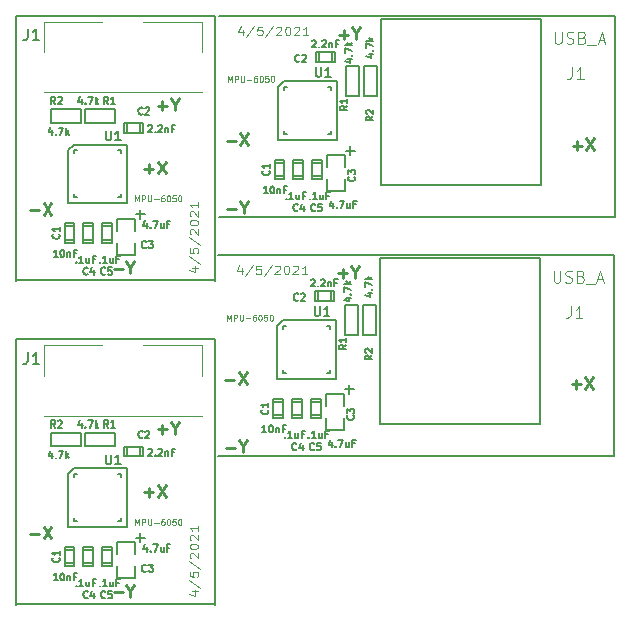
<source format=gto>
G04 #@! TF.GenerationSoftware,KiCad,Pcbnew,5.1.9-73d0e3b20d~88~ubuntu18.04.1*
G04 #@! TF.CreationDate,2021-04-05T22:09:22-07:00*
G04 #@! TF.ProjectId,accelgyro_mpu6050_d2brv3_4x4,61636365-6c67-4797-926f-5f6d70753630,rev?*
G04 #@! TF.SameCoordinates,Original*
G04 #@! TF.FileFunction,Legend,Top*
G04 #@! TF.FilePolarity,Positive*
%FSLAX46Y46*%
G04 Gerber Fmt 4.6, Leading zero omitted, Abs format (unit mm)*
G04 Created by KiCad (PCBNEW 5.1.9-73d0e3b20d~88~ubuntu18.04.1) date 2021-04-05 22:09:22*
%MOMM*%
%LPD*%
G01*
G04 APERTURE LIST*
%ADD10C,0.250000*%
%ADD11C,0.125000*%
%ADD12C,0.200000*%
%ADD13C,0.127000*%
%ADD14C,0.120000*%
%ADD15C,0.149860*%
%ADD16C,0.200660*%
%ADD17C,0.150000*%
%ADD18C,0.099060*%
G04 APERTURE END LIST*
D10*
X145867857Y-105046428D02*
X146629761Y-105046428D01*
X146248809Y-105427380D02*
X146248809Y-104665476D01*
X147010714Y-104427380D02*
X147677380Y-105427380D01*
X147677380Y-104427380D02*
X147010714Y-105427380D01*
D11*
X149950000Y-113415476D02*
X150416666Y-113415476D01*
X149683333Y-113605952D02*
X150183333Y-113796428D01*
X150183333Y-113301190D01*
X149683333Y-112425000D02*
X150583333Y-113110714D01*
X149716666Y-111777380D02*
X149716666Y-112158333D01*
X150050000Y-112196428D01*
X150016666Y-112158333D01*
X149983333Y-112082142D01*
X149983333Y-111891666D01*
X150016666Y-111815476D01*
X150050000Y-111777380D01*
X150116666Y-111739285D01*
X150283333Y-111739285D01*
X150350000Y-111777380D01*
X150383333Y-111815476D01*
X150416666Y-111891666D01*
X150416666Y-112082142D01*
X150383333Y-112158333D01*
X150350000Y-112196428D01*
X149683333Y-110825000D02*
X150583333Y-111510714D01*
X149783333Y-110596428D02*
X149750000Y-110558333D01*
X149716666Y-110482142D01*
X149716666Y-110291666D01*
X149750000Y-110215476D01*
X149783333Y-110177380D01*
X149850000Y-110139285D01*
X149916666Y-110139285D01*
X150016666Y-110177380D01*
X150416666Y-110634523D01*
X150416666Y-110139285D01*
X149716666Y-109644047D02*
X149716666Y-109567857D01*
X149750000Y-109491666D01*
X149783333Y-109453571D01*
X149850000Y-109415476D01*
X149983333Y-109377380D01*
X150150000Y-109377380D01*
X150283333Y-109415476D01*
X150350000Y-109453571D01*
X150383333Y-109491666D01*
X150416666Y-109567857D01*
X150416666Y-109644047D01*
X150383333Y-109720238D01*
X150350000Y-109758333D01*
X150283333Y-109796428D01*
X150150000Y-109834523D01*
X149983333Y-109834523D01*
X149850000Y-109796428D01*
X149783333Y-109758333D01*
X149750000Y-109720238D01*
X149716666Y-109644047D01*
X149783333Y-109072619D02*
X149750000Y-109034523D01*
X149716666Y-108958333D01*
X149716666Y-108767857D01*
X149750000Y-108691666D01*
X149783333Y-108653571D01*
X149850000Y-108615476D01*
X149916666Y-108615476D01*
X150016666Y-108653571D01*
X150416666Y-109110714D01*
X150416666Y-108615476D01*
X150416666Y-107853571D02*
X150416666Y-108310714D01*
X150416666Y-108082142D02*
X149716666Y-108082142D01*
X149816666Y-108158333D01*
X149883333Y-108234523D01*
X149916666Y-108310714D01*
D10*
X136192857Y-108546428D02*
X136954761Y-108546428D01*
X137335714Y-107927380D02*
X138002380Y-108927380D01*
X138002380Y-107927380D02*
X137335714Y-108927380D01*
X143265476Y-113496428D02*
X144027380Y-113496428D01*
X144694047Y-113401190D02*
X144694047Y-113877380D01*
X144360714Y-112877380D02*
X144694047Y-113401190D01*
X145027380Y-112877380D01*
X147015476Y-99696428D02*
X147777380Y-99696428D01*
X147396428Y-100077380D02*
X147396428Y-99315476D01*
X148444047Y-99601190D02*
X148444047Y-100077380D01*
X148110714Y-99077380D02*
X148444047Y-99601190D01*
X148777380Y-99077380D01*
D12*
X151825000Y-114550000D02*
X151825000Y-92150000D01*
X151825000Y-92075000D02*
X135025000Y-92075000D01*
X135025000Y-114475000D02*
X151825000Y-114475000D01*
X135025000Y-92175000D02*
X135025000Y-114575000D01*
D10*
X152842857Y-102671428D02*
X153604761Y-102671428D01*
X153985714Y-102052380D02*
X154652380Y-103052380D01*
X154652380Y-102052380D02*
X153985714Y-103052380D01*
D12*
X152200000Y-109100000D02*
X185700000Y-109100000D01*
D10*
X182142857Y-103071428D02*
X182904761Y-103071428D01*
X182523809Y-103452380D02*
X182523809Y-102690476D01*
X183285714Y-102452380D02*
X183952380Y-103452380D01*
X183952380Y-102452380D02*
X183285714Y-103452380D01*
X152890476Y-108421428D02*
X153652380Y-108421428D01*
X154319047Y-108326190D02*
X154319047Y-108802380D01*
X153985714Y-107802380D02*
X154319047Y-108326190D01*
X154652380Y-107802380D01*
D12*
X185700000Y-92100000D02*
X152200000Y-92100000D01*
X185700000Y-109100000D02*
X185700000Y-92100000D01*
D11*
X154209523Y-93250000D02*
X154209523Y-93716666D01*
X154019047Y-92983333D02*
X153828571Y-93483333D01*
X154323809Y-93483333D01*
X155200000Y-92983333D02*
X154514285Y-93883333D01*
X155847619Y-93016666D02*
X155466666Y-93016666D01*
X155428571Y-93350000D01*
X155466666Y-93316666D01*
X155542857Y-93283333D01*
X155733333Y-93283333D01*
X155809523Y-93316666D01*
X155847619Y-93350000D01*
X155885714Y-93416666D01*
X155885714Y-93583333D01*
X155847619Y-93650000D01*
X155809523Y-93683333D01*
X155733333Y-93716666D01*
X155542857Y-93716666D01*
X155466666Y-93683333D01*
X155428571Y-93650000D01*
X156800000Y-92983333D02*
X156114285Y-93883333D01*
X157028571Y-93083333D02*
X157066666Y-93050000D01*
X157142857Y-93016666D01*
X157333333Y-93016666D01*
X157409523Y-93050000D01*
X157447619Y-93083333D01*
X157485714Y-93150000D01*
X157485714Y-93216666D01*
X157447619Y-93316666D01*
X156990476Y-93716666D01*
X157485714Y-93716666D01*
X157980952Y-93016666D02*
X158057142Y-93016666D01*
X158133333Y-93050000D01*
X158171428Y-93083333D01*
X158209523Y-93150000D01*
X158247619Y-93283333D01*
X158247619Y-93450000D01*
X158209523Y-93583333D01*
X158171428Y-93650000D01*
X158133333Y-93683333D01*
X158057142Y-93716666D01*
X157980952Y-93716666D01*
X157904761Y-93683333D01*
X157866666Y-93650000D01*
X157828571Y-93583333D01*
X157790476Y-93450000D01*
X157790476Y-93283333D01*
X157828571Y-93150000D01*
X157866666Y-93083333D01*
X157904761Y-93050000D01*
X157980952Y-93016666D01*
X158552380Y-93083333D02*
X158590476Y-93050000D01*
X158666666Y-93016666D01*
X158857142Y-93016666D01*
X158933333Y-93050000D01*
X158971428Y-93083333D01*
X159009523Y-93150000D01*
X159009523Y-93216666D01*
X158971428Y-93316666D01*
X158514285Y-93716666D01*
X159009523Y-93716666D01*
X159771428Y-93716666D02*
X159314285Y-93716666D01*
X159542857Y-93716666D02*
X159542857Y-93016666D01*
X159466666Y-93116666D01*
X159390476Y-93183333D01*
X159314285Y-93216666D01*
D10*
X162390476Y-93671428D02*
X163152380Y-93671428D01*
X162771428Y-94052380D02*
X162771428Y-93290476D01*
X163819047Y-93576190D02*
X163819047Y-94052380D01*
X163485714Y-93052380D02*
X163819047Y-93576190D01*
X164152380Y-93052380D01*
X162290476Y-113896428D02*
X163052380Y-113896428D01*
X162671428Y-114277380D02*
X162671428Y-113515476D01*
X163719047Y-113801190D02*
X163719047Y-114277380D01*
X163385714Y-113277380D02*
X163719047Y-113801190D01*
X164052380Y-113277380D01*
D12*
X185640000Y-112340000D02*
X152140000Y-112340000D01*
X185600000Y-129325000D02*
X185600000Y-112325000D01*
X152100000Y-129325000D02*
X185600000Y-129325000D01*
D11*
X154109523Y-113475000D02*
X154109523Y-113941666D01*
X153919047Y-113208333D02*
X153728571Y-113708333D01*
X154223809Y-113708333D01*
X155100000Y-113208333D02*
X154414285Y-114108333D01*
X155747619Y-113241666D02*
X155366666Y-113241666D01*
X155328571Y-113575000D01*
X155366666Y-113541666D01*
X155442857Y-113508333D01*
X155633333Y-113508333D01*
X155709523Y-113541666D01*
X155747619Y-113575000D01*
X155785714Y-113641666D01*
X155785714Y-113808333D01*
X155747619Y-113875000D01*
X155709523Y-113908333D01*
X155633333Y-113941666D01*
X155442857Y-113941666D01*
X155366666Y-113908333D01*
X155328571Y-113875000D01*
X156700000Y-113208333D02*
X156014285Y-114108333D01*
X156928571Y-113308333D02*
X156966666Y-113275000D01*
X157042857Y-113241666D01*
X157233333Y-113241666D01*
X157309523Y-113275000D01*
X157347619Y-113308333D01*
X157385714Y-113375000D01*
X157385714Y-113441666D01*
X157347619Y-113541666D01*
X156890476Y-113941666D01*
X157385714Y-113941666D01*
X157880952Y-113241666D02*
X157957142Y-113241666D01*
X158033333Y-113275000D01*
X158071428Y-113308333D01*
X158109523Y-113375000D01*
X158147619Y-113508333D01*
X158147619Y-113675000D01*
X158109523Y-113808333D01*
X158071428Y-113875000D01*
X158033333Y-113908333D01*
X157957142Y-113941666D01*
X157880952Y-113941666D01*
X157804761Y-113908333D01*
X157766666Y-113875000D01*
X157728571Y-113808333D01*
X157690476Y-113675000D01*
X157690476Y-113508333D01*
X157728571Y-113375000D01*
X157766666Y-113308333D01*
X157804761Y-113275000D01*
X157880952Y-113241666D01*
X158452380Y-113308333D02*
X158490476Y-113275000D01*
X158566666Y-113241666D01*
X158757142Y-113241666D01*
X158833333Y-113275000D01*
X158871428Y-113308333D01*
X158909523Y-113375000D01*
X158909523Y-113441666D01*
X158871428Y-113541666D01*
X158414285Y-113941666D01*
X158909523Y-113941666D01*
X159671428Y-113941666D02*
X159214285Y-113941666D01*
X159442857Y-113941666D02*
X159442857Y-113241666D01*
X159366666Y-113341666D01*
X159290476Y-113408333D01*
X159214285Y-113441666D01*
D10*
X152742857Y-122896428D02*
X153504761Y-122896428D01*
X153885714Y-122277380D02*
X154552380Y-123277380D01*
X154552380Y-122277380D02*
X153885714Y-123277380D01*
X182042857Y-123296428D02*
X182804761Y-123296428D01*
X182423809Y-123677380D02*
X182423809Y-122915476D01*
X183185714Y-122677380D02*
X183852380Y-123677380D01*
X183852380Y-122677380D02*
X183185714Y-123677380D01*
X152790476Y-128646428D02*
X153552380Y-128646428D01*
X154219047Y-128551190D02*
X154219047Y-129027380D01*
X153885714Y-128027380D02*
X154219047Y-128551190D01*
X154552380Y-128027380D01*
D12*
X135025000Y-141875000D02*
X151825000Y-141875000D01*
X151825000Y-119475000D02*
X135025000Y-119475000D01*
D10*
X147015476Y-127096428D02*
X147777380Y-127096428D01*
X147396428Y-127477380D02*
X147396428Y-126715476D01*
X148444047Y-127001190D02*
X148444047Y-127477380D01*
X148110714Y-126477380D02*
X148444047Y-127001190D01*
X148777380Y-126477380D01*
X143265476Y-140896428D02*
X144027380Y-140896428D01*
X144694047Y-140801190D02*
X144694047Y-141277380D01*
X144360714Y-140277380D02*
X144694047Y-140801190D01*
X145027380Y-140277380D01*
D12*
X135025000Y-119575000D02*
X135025000Y-141975000D01*
D10*
X145867857Y-132446428D02*
X146629761Y-132446428D01*
X146248809Y-132827380D02*
X146248809Y-132065476D01*
X147010714Y-131827380D02*
X147677380Y-132827380D01*
X147677380Y-131827380D02*
X147010714Y-132827380D01*
X136192857Y-135946428D02*
X136954761Y-135946428D01*
X137335714Y-135327380D02*
X138002380Y-136327380D01*
X138002380Y-135327380D02*
X137335714Y-136327380D01*
D11*
X149950000Y-140815476D02*
X150416666Y-140815476D01*
X149683333Y-141005952D02*
X150183333Y-141196428D01*
X150183333Y-140701190D01*
X149683333Y-139825000D02*
X150583333Y-140510714D01*
X149716666Y-139177380D02*
X149716666Y-139558333D01*
X150050000Y-139596428D01*
X150016666Y-139558333D01*
X149983333Y-139482142D01*
X149983333Y-139291666D01*
X150016666Y-139215476D01*
X150050000Y-139177380D01*
X150116666Y-139139285D01*
X150283333Y-139139285D01*
X150350000Y-139177380D01*
X150383333Y-139215476D01*
X150416666Y-139291666D01*
X150416666Y-139482142D01*
X150383333Y-139558333D01*
X150350000Y-139596428D01*
X149683333Y-138225000D02*
X150583333Y-138910714D01*
X149783333Y-137996428D02*
X149750000Y-137958333D01*
X149716666Y-137882142D01*
X149716666Y-137691666D01*
X149750000Y-137615476D01*
X149783333Y-137577380D01*
X149850000Y-137539285D01*
X149916666Y-137539285D01*
X150016666Y-137577380D01*
X150416666Y-138034523D01*
X150416666Y-137539285D01*
X149716666Y-137044047D02*
X149716666Y-136967857D01*
X149750000Y-136891666D01*
X149783333Y-136853571D01*
X149850000Y-136815476D01*
X149983333Y-136777380D01*
X150150000Y-136777380D01*
X150283333Y-136815476D01*
X150350000Y-136853571D01*
X150383333Y-136891666D01*
X150416666Y-136967857D01*
X150416666Y-137044047D01*
X150383333Y-137120238D01*
X150350000Y-137158333D01*
X150283333Y-137196428D01*
X150150000Y-137234523D01*
X149983333Y-137234523D01*
X149850000Y-137196428D01*
X149783333Y-137158333D01*
X149750000Y-137120238D01*
X149716666Y-137044047D01*
X149783333Y-136472619D02*
X149750000Y-136434523D01*
X149716666Y-136358333D01*
X149716666Y-136167857D01*
X149750000Y-136091666D01*
X149783333Y-136053571D01*
X149850000Y-136015476D01*
X149916666Y-136015476D01*
X150016666Y-136053571D01*
X150416666Y-136510714D01*
X150416666Y-136015476D01*
X150416666Y-135253571D02*
X150416666Y-135710714D01*
X150416666Y-135482142D02*
X149716666Y-135482142D01*
X149816666Y-135558333D01*
X149883333Y-135634523D01*
X149916666Y-135710714D01*
D12*
X151825000Y-141950000D02*
X151825000Y-119550000D01*
D13*
X139118600Y-111033800D02*
X139931400Y-111033800D01*
X139906000Y-109916200D02*
X139118600Y-109916200D01*
X139931400Y-109662200D02*
X139931400Y-111287800D01*
X139931400Y-111287800D02*
X139118600Y-111287800D01*
X139118600Y-111287800D02*
X139118600Y-109662200D01*
X139118600Y-109662200D02*
X139931400Y-109662200D01*
X143563000Y-110267000D02*
X143563000Y-109251000D01*
X143563000Y-109251000D02*
X145087000Y-109251000D01*
X145087000Y-109251000D02*
X145087000Y-110267000D01*
X145087000Y-111283000D02*
X145087000Y-112299000D01*
X145087000Y-112299000D02*
X143563000Y-112299000D01*
X143563000Y-112299000D02*
X143563000Y-111283000D01*
X140475000Y-101145000D02*
X137975000Y-101145000D01*
X137975000Y-100005000D02*
X140475000Y-100005000D01*
X140495000Y-100005000D02*
X140495000Y-101145000D01*
X137955000Y-100005000D02*
X137955000Y-101145000D01*
X142318600Y-111033800D02*
X143131400Y-111033800D01*
X143106000Y-109916200D02*
X142318600Y-109916200D01*
X143131400Y-109662200D02*
X143131400Y-111287800D01*
X143131400Y-111287800D02*
X142318600Y-111287800D01*
X142318600Y-111287800D02*
X142318600Y-109662200D01*
X142318600Y-109662200D02*
X143131400Y-109662200D01*
D14*
X137350000Y-92575000D02*
X142300000Y-92575000D01*
X137350000Y-92575000D02*
X137350000Y-95175000D01*
X150750000Y-92575000D02*
X150750000Y-95175000D01*
X150750000Y-92575000D02*
X145800000Y-92575000D01*
X150750000Y-98575000D02*
X137350000Y-98575000D01*
D13*
X143395000Y-101145000D02*
X143395000Y-100005000D01*
X140855000Y-101145000D02*
X140855000Y-100005000D01*
X143375000Y-101145000D02*
X140875000Y-101145000D01*
X140875000Y-100005000D02*
X143375000Y-100005000D01*
X145483800Y-101981400D02*
X145483800Y-101168600D01*
X144366200Y-101194000D02*
X144366200Y-101981400D01*
X144112200Y-101168600D02*
X145737800Y-101168600D01*
X145737800Y-101168600D02*
X145737800Y-101981400D01*
X145737800Y-101981400D02*
X144112200Y-101981400D01*
X144112200Y-101981400D02*
X144112200Y-101168600D01*
X140718600Y-111033800D02*
X141531400Y-111033800D01*
X141506000Y-109916200D02*
X140718600Y-109916200D01*
X141531400Y-109662200D02*
X141531400Y-111287800D01*
X141531400Y-111287800D02*
X140718600Y-111287800D01*
X140718600Y-111287800D02*
X140718600Y-109662200D01*
X140718600Y-109662200D02*
X141531400Y-109662200D01*
D15*
X139933640Y-102985800D02*
X144414200Y-102985800D01*
X139435800Y-103483640D02*
X139435800Y-107964200D01*
X139435800Y-103483640D02*
X139933640Y-102985800D01*
D16*
X139933640Y-103732560D02*
X139933640Y-103483640D01*
X139933640Y-103483640D02*
X140182560Y-103483640D01*
X140182560Y-107466360D02*
X139933640Y-107466360D01*
X139933640Y-107466360D02*
X139933640Y-107217440D01*
X143916360Y-107217440D02*
X143916360Y-107466360D01*
X143916360Y-107466360D02*
X143667440Y-107466360D01*
X143667440Y-103483640D02*
X143916360Y-103483640D01*
X143916360Y-103483640D02*
X143916360Y-103732560D01*
D15*
X144414200Y-107964200D02*
X139435800Y-107964200D01*
X144414200Y-102985800D02*
X144414200Y-107964200D01*
D13*
X158493600Y-104287200D02*
X159306400Y-104287200D01*
X158493600Y-105912800D02*
X158493600Y-104287200D01*
X159306400Y-105912800D02*
X158493600Y-105912800D01*
X159306400Y-104287200D02*
X159306400Y-105912800D01*
X159281000Y-104541200D02*
X158493600Y-104541200D01*
X158493600Y-105658800D02*
X159306400Y-105658800D01*
X160387200Y-96006400D02*
X160387200Y-95193600D01*
X162012800Y-96006400D02*
X160387200Y-96006400D01*
X162012800Y-95193600D02*
X162012800Y-96006400D01*
X160387200Y-95193600D02*
X162012800Y-95193600D01*
X160641200Y-95219000D02*
X160641200Y-96006400D01*
X161758800Y-96006400D02*
X161758800Y-95193600D01*
X161338000Y-106924000D02*
X161338000Y-105908000D01*
X162862000Y-106924000D02*
X161338000Y-106924000D01*
X162862000Y-105908000D02*
X162862000Y-106924000D01*
X162862000Y-103876000D02*
X162862000Y-104892000D01*
X161338000Y-103876000D02*
X162862000Y-103876000D01*
X161338000Y-104892000D02*
X161338000Y-103876000D01*
X164466000Y-98906000D02*
X165606000Y-98906000D01*
X164466000Y-96366000D02*
X165606000Y-96366000D01*
X164466000Y-98886000D02*
X164466000Y-96386000D01*
X165606000Y-96386000D02*
X165606000Y-98886000D01*
X156893600Y-104287200D02*
X157706400Y-104287200D01*
X156893600Y-105912800D02*
X156893600Y-104287200D01*
X157706400Y-105912800D02*
X156893600Y-105912800D01*
X157706400Y-104287200D02*
X157706400Y-105912800D01*
X157681000Y-104541200D02*
X156893600Y-104541200D01*
X156893600Y-105658800D02*
X157706400Y-105658800D01*
X160093600Y-104287200D02*
X160906400Y-104287200D01*
X160093600Y-105912800D02*
X160093600Y-104287200D01*
X160906400Y-105912800D02*
X160093600Y-105912800D01*
X160906400Y-104287200D02*
X160906400Y-105912800D01*
X160881000Y-104541200D02*
X160093600Y-104541200D01*
X160093600Y-105658800D02*
X160906400Y-105658800D01*
X179475000Y-106430000D02*
X165925000Y-106430000D01*
X165925000Y-106430000D02*
X165925000Y-92370000D01*
X165925000Y-92370000D02*
X179475000Y-92370000D01*
X179475000Y-106430000D02*
X179475000Y-92370000D01*
D15*
X162189200Y-97610800D02*
X162189200Y-102589200D01*
X162189200Y-102589200D02*
X157210800Y-102589200D01*
D16*
X161691360Y-98108640D02*
X161691360Y-98357560D01*
X161442440Y-98108640D02*
X161691360Y-98108640D01*
X161691360Y-102091360D02*
X161442440Y-102091360D01*
X161691360Y-101842440D02*
X161691360Y-102091360D01*
X157708640Y-102091360D02*
X157708640Y-101842440D01*
X157957560Y-102091360D02*
X157708640Y-102091360D01*
X157708640Y-98108640D02*
X157957560Y-98108640D01*
X157708640Y-98357560D02*
X157708640Y-98108640D01*
D15*
X157210800Y-98108640D02*
X157708640Y-97610800D01*
X157210800Y-98108640D02*
X157210800Y-102589200D01*
X157708640Y-97610800D02*
X162189200Y-97610800D01*
D13*
X164082000Y-96386000D02*
X164082000Y-98886000D01*
X162942000Y-98886000D02*
X162942000Y-96386000D01*
X162942000Y-96366000D02*
X164082000Y-96366000D01*
X162942000Y-98906000D02*
X164082000Y-98906000D01*
X156793600Y-124512200D02*
X157606400Y-124512200D01*
X156793600Y-126137800D02*
X156793600Y-124512200D01*
X157606400Y-126137800D02*
X156793600Y-126137800D01*
X157606400Y-124512200D02*
X157606400Y-126137800D01*
X157581000Y-124766200D02*
X156793600Y-124766200D01*
X156793600Y-125883800D02*
X157606400Y-125883800D01*
X160287200Y-116231400D02*
X160287200Y-115418600D01*
X161912800Y-116231400D02*
X160287200Y-116231400D01*
X161912800Y-115418600D02*
X161912800Y-116231400D01*
X160287200Y-115418600D02*
X161912800Y-115418600D01*
X160541200Y-115444000D02*
X160541200Y-116231400D01*
X161658800Y-116231400D02*
X161658800Y-115418600D01*
X158393600Y-124512200D02*
X159206400Y-124512200D01*
X158393600Y-126137800D02*
X158393600Y-124512200D01*
X159206400Y-126137800D02*
X158393600Y-126137800D01*
X159206400Y-124512200D02*
X159206400Y-126137800D01*
X159181000Y-124766200D02*
X158393600Y-124766200D01*
X158393600Y-125883800D02*
X159206400Y-125883800D01*
X159993600Y-124512200D02*
X160806400Y-124512200D01*
X159993600Y-126137800D02*
X159993600Y-124512200D01*
X160806400Y-126137800D02*
X159993600Y-126137800D01*
X160806400Y-124512200D02*
X160806400Y-126137800D01*
X160781000Y-124766200D02*
X159993600Y-124766200D01*
X159993600Y-125883800D02*
X160806400Y-125883800D01*
D15*
X162089200Y-117835800D02*
X162089200Y-122814200D01*
X162089200Y-122814200D02*
X157110800Y-122814200D01*
D16*
X161591360Y-118333640D02*
X161591360Y-118582560D01*
X161342440Y-118333640D02*
X161591360Y-118333640D01*
X161591360Y-122316360D02*
X161342440Y-122316360D01*
X161591360Y-122067440D02*
X161591360Y-122316360D01*
X157608640Y-122316360D02*
X157608640Y-122067440D01*
X157857560Y-122316360D02*
X157608640Y-122316360D01*
X157608640Y-118333640D02*
X157857560Y-118333640D01*
X157608640Y-118582560D02*
X157608640Y-118333640D01*
D15*
X157110800Y-118333640D02*
X157608640Y-117835800D01*
X157110800Y-118333640D02*
X157110800Y-122814200D01*
X157608640Y-117835800D02*
X162089200Y-117835800D01*
D13*
X161238000Y-127149000D02*
X161238000Y-126133000D01*
X162762000Y-127149000D02*
X161238000Y-127149000D01*
X162762000Y-126133000D02*
X162762000Y-127149000D01*
X162762000Y-124101000D02*
X162762000Y-125117000D01*
X161238000Y-124101000D02*
X162762000Y-124101000D01*
X161238000Y-125117000D02*
X161238000Y-124101000D01*
X163982000Y-116611000D02*
X163982000Y-119111000D01*
X162842000Y-119111000D02*
X162842000Y-116611000D01*
X162842000Y-116591000D02*
X163982000Y-116591000D01*
X162842000Y-119131000D02*
X163982000Y-119131000D01*
X164366000Y-119131000D02*
X165506000Y-119131000D01*
X164366000Y-116591000D02*
X165506000Y-116591000D01*
X164366000Y-119111000D02*
X164366000Y-116611000D01*
X165506000Y-116611000D02*
X165506000Y-119111000D01*
X179375000Y-126655000D02*
X165825000Y-126655000D01*
X165825000Y-126655000D02*
X165825000Y-112595000D01*
X165825000Y-112595000D02*
X179375000Y-112595000D01*
X179375000Y-126655000D02*
X179375000Y-112595000D01*
X142318600Y-138433800D02*
X143131400Y-138433800D01*
X143106000Y-137316200D02*
X142318600Y-137316200D01*
X143131400Y-137062200D02*
X143131400Y-138687800D01*
X143131400Y-138687800D02*
X142318600Y-138687800D01*
X142318600Y-138687800D02*
X142318600Y-137062200D01*
X142318600Y-137062200D02*
X143131400Y-137062200D01*
D15*
X139933640Y-130385800D02*
X144414200Y-130385800D01*
X139435800Y-130883640D02*
X139435800Y-135364200D01*
X139435800Y-130883640D02*
X139933640Y-130385800D01*
D16*
X139933640Y-131132560D02*
X139933640Y-130883640D01*
X139933640Y-130883640D02*
X140182560Y-130883640D01*
X140182560Y-134866360D02*
X139933640Y-134866360D01*
X139933640Y-134866360D02*
X139933640Y-134617440D01*
X143916360Y-134617440D02*
X143916360Y-134866360D01*
X143916360Y-134866360D02*
X143667440Y-134866360D01*
X143667440Y-130883640D02*
X143916360Y-130883640D01*
X143916360Y-130883640D02*
X143916360Y-131132560D01*
D15*
X144414200Y-135364200D02*
X139435800Y-135364200D01*
X144414200Y-130385800D02*
X144414200Y-135364200D01*
D13*
X140718600Y-138433800D02*
X141531400Y-138433800D01*
X141506000Y-137316200D02*
X140718600Y-137316200D01*
X141531400Y-137062200D02*
X141531400Y-138687800D01*
X141531400Y-138687800D02*
X140718600Y-138687800D01*
X140718600Y-138687800D02*
X140718600Y-137062200D01*
X140718600Y-137062200D02*
X141531400Y-137062200D01*
X140475000Y-128545000D02*
X137975000Y-128545000D01*
X137975000Y-127405000D02*
X140475000Y-127405000D01*
X140495000Y-127405000D02*
X140495000Y-128545000D01*
X137955000Y-127405000D02*
X137955000Y-128545000D01*
X139118600Y-138433800D02*
X139931400Y-138433800D01*
X139906000Y-137316200D02*
X139118600Y-137316200D01*
X139931400Y-137062200D02*
X139931400Y-138687800D01*
X139931400Y-138687800D02*
X139118600Y-138687800D01*
X139118600Y-138687800D02*
X139118600Y-137062200D01*
X139118600Y-137062200D02*
X139931400Y-137062200D01*
X143563000Y-137667000D02*
X143563000Y-136651000D01*
X143563000Y-136651000D02*
X145087000Y-136651000D01*
X145087000Y-136651000D02*
X145087000Y-137667000D01*
X145087000Y-138683000D02*
X145087000Y-139699000D01*
X145087000Y-139699000D02*
X143563000Y-139699000D01*
X143563000Y-139699000D02*
X143563000Y-138683000D01*
X143395000Y-128545000D02*
X143395000Y-127405000D01*
X140855000Y-128545000D02*
X140855000Y-127405000D01*
X143375000Y-128545000D02*
X140875000Y-128545000D01*
X140875000Y-127405000D02*
X143375000Y-127405000D01*
X145483800Y-129381400D02*
X145483800Y-128568600D01*
X144366200Y-128594000D02*
X144366200Y-129381400D01*
X144112200Y-128568600D02*
X145737800Y-128568600D01*
X145737800Y-128568600D02*
X145737800Y-129381400D01*
X145737800Y-129381400D02*
X144112200Y-129381400D01*
X144112200Y-129381400D02*
X144112200Y-128568600D01*
D14*
X137350000Y-119975000D02*
X142300000Y-119975000D01*
X137350000Y-119975000D02*
X137350000Y-122575000D01*
X150750000Y-119975000D02*
X150750000Y-122575000D01*
X150750000Y-119975000D02*
X145800000Y-119975000D01*
X150750000Y-125975000D02*
X137350000Y-125975000D01*
D17*
X138639285Y-110575000D02*
X138667857Y-110603571D01*
X138696428Y-110689285D01*
X138696428Y-110746428D01*
X138667857Y-110832142D01*
X138610714Y-110889285D01*
X138553571Y-110917857D01*
X138439285Y-110946428D01*
X138353571Y-110946428D01*
X138239285Y-110917857D01*
X138182142Y-110889285D01*
X138125000Y-110832142D01*
X138096428Y-110746428D01*
X138096428Y-110689285D01*
X138125000Y-110603571D01*
X138153571Y-110575000D01*
X138696428Y-110003571D02*
X138696428Y-110346428D01*
X138696428Y-110175000D02*
X138096428Y-110175000D01*
X138182142Y-110232142D01*
X138239285Y-110289285D01*
X138267857Y-110346428D01*
X138532142Y-112496428D02*
X138189285Y-112496428D01*
X138360714Y-112496428D02*
X138360714Y-111896428D01*
X138303571Y-111982142D01*
X138246428Y-112039285D01*
X138189285Y-112067857D01*
X138903571Y-111896428D02*
X138960714Y-111896428D01*
X139017857Y-111925000D01*
X139046428Y-111953571D01*
X139075000Y-112010714D01*
X139103571Y-112125000D01*
X139103571Y-112267857D01*
X139075000Y-112382142D01*
X139046428Y-112439285D01*
X139017857Y-112467857D01*
X138960714Y-112496428D01*
X138903571Y-112496428D01*
X138846428Y-112467857D01*
X138817857Y-112439285D01*
X138789285Y-112382142D01*
X138760714Y-112267857D01*
X138760714Y-112125000D01*
X138789285Y-112010714D01*
X138817857Y-111953571D01*
X138846428Y-111925000D01*
X138903571Y-111896428D01*
X139360714Y-112096428D02*
X139360714Y-112496428D01*
X139360714Y-112153571D02*
X139389285Y-112125000D01*
X139446428Y-112096428D01*
X139532142Y-112096428D01*
X139589285Y-112125000D01*
X139617857Y-112182142D01*
X139617857Y-112496428D01*
X140103571Y-112182142D02*
X139903571Y-112182142D01*
X139903571Y-112496428D02*
X139903571Y-111896428D01*
X140189285Y-111896428D01*
X146025000Y-111689285D02*
X145996428Y-111717857D01*
X145910714Y-111746428D01*
X145853571Y-111746428D01*
X145767857Y-111717857D01*
X145710714Y-111660714D01*
X145682142Y-111603571D01*
X145653571Y-111489285D01*
X145653571Y-111403571D01*
X145682142Y-111289285D01*
X145710714Y-111232142D01*
X145767857Y-111175000D01*
X145853571Y-111146428D01*
X145910714Y-111146428D01*
X145996428Y-111175000D01*
X146025000Y-111203571D01*
X146225000Y-111146428D02*
X146596428Y-111146428D01*
X146396428Y-111375000D01*
X146482142Y-111375000D01*
X146539285Y-111403571D01*
X146567857Y-111432142D01*
X146596428Y-111489285D01*
X146596428Y-111632142D01*
X146567857Y-111689285D01*
X146539285Y-111717857D01*
X146482142Y-111746428D01*
X146310714Y-111746428D01*
X146253571Y-111717857D01*
X146225000Y-111689285D01*
X146082142Y-109646428D02*
X146082142Y-110046428D01*
X145939285Y-109417857D02*
X145796428Y-109846428D01*
X146167857Y-109846428D01*
X146396428Y-109989285D02*
X146425000Y-110017857D01*
X146396428Y-110046428D01*
X146367857Y-110017857D01*
X146396428Y-109989285D01*
X146396428Y-110046428D01*
X146625000Y-109446428D02*
X147025000Y-109446428D01*
X146767857Y-110046428D01*
X147510714Y-109646428D02*
X147510714Y-110046428D01*
X147253571Y-109646428D02*
X147253571Y-109960714D01*
X147282142Y-110017857D01*
X147339285Y-110046428D01*
X147425000Y-110046428D01*
X147482142Y-110017857D01*
X147510714Y-109989285D01*
X147996428Y-109732142D02*
X147796428Y-109732142D01*
X147796428Y-110046428D02*
X147796428Y-109446428D01*
X148082142Y-109446428D01*
X145546428Y-109255952D02*
X145546428Y-108494047D01*
X145927380Y-108875000D02*
X145165476Y-108875000D01*
X138325000Y-99546428D02*
X138125000Y-99260714D01*
X137982142Y-99546428D02*
X137982142Y-98946428D01*
X138210714Y-98946428D01*
X138267857Y-98975000D01*
X138296428Y-99003571D01*
X138325000Y-99060714D01*
X138325000Y-99146428D01*
X138296428Y-99203571D01*
X138267857Y-99232142D01*
X138210714Y-99260714D01*
X137982142Y-99260714D01*
X138553571Y-99003571D02*
X138582142Y-98975000D01*
X138639285Y-98946428D01*
X138782142Y-98946428D01*
X138839285Y-98975000D01*
X138867857Y-99003571D01*
X138896428Y-99060714D01*
X138896428Y-99117857D01*
X138867857Y-99203571D01*
X138525000Y-99546428D01*
X138896428Y-99546428D01*
X138067857Y-101746428D02*
X138067857Y-102146428D01*
X137925000Y-101517857D02*
X137782142Y-101946428D01*
X138153571Y-101946428D01*
X138382142Y-102089285D02*
X138410714Y-102117857D01*
X138382142Y-102146428D01*
X138353571Y-102117857D01*
X138382142Y-102089285D01*
X138382142Y-102146428D01*
X138610714Y-101546428D02*
X139010714Y-101546428D01*
X138753571Y-102146428D01*
X139239285Y-102146428D02*
X139239285Y-101546428D01*
X139296428Y-101917857D02*
X139467857Y-102146428D01*
X139467857Y-101746428D02*
X139239285Y-101975000D01*
X142575000Y-113939285D02*
X142546428Y-113967857D01*
X142460714Y-113996428D01*
X142403571Y-113996428D01*
X142317857Y-113967857D01*
X142260714Y-113910714D01*
X142232142Y-113853571D01*
X142203571Y-113739285D01*
X142203571Y-113653571D01*
X142232142Y-113539285D01*
X142260714Y-113482142D01*
X142317857Y-113425000D01*
X142403571Y-113396428D01*
X142460714Y-113396428D01*
X142546428Y-113425000D01*
X142575000Y-113453571D01*
X143117857Y-113396428D02*
X142832142Y-113396428D01*
X142803571Y-113682142D01*
X142832142Y-113653571D01*
X142889285Y-113625000D01*
X143032142Y-113625000D01*
X143089285Y-113653571D01*
X143117857Y-113682142D01*
X143146428Y-113739285D01*
X143146428Y-113882142D01*
X143117857Y-113939285D01*
X143089285Y-113967857D01*
X143032142Y-113996428D01*
X142889285Y-113996428D01*
X142832142Y-113967857D01*
X142803571Y-113939285D01*
X142110714Y-112939285D02*
X142139285Y-112967857D01*
X142110714Y-112996428D01*
X142082142Y-112967857D01*
X142110714Y-112939285D01*
X142110714Y-112996428D01*
X142710714Y-112996428D02*
X142367857Y-112996428D01*
X142539285Y-112996428D02*
X142539285Y-112396428D01*
X142482142Y-112482142D01*
X142425000Y-112539285D01*
X142367857Y-112567857D01*
X143225000Y-112596428D02*
X143225000Y-112996428D01*
X142967857Y-112596428D02*
X142967857Y-112910714D01*
X142996428Y-112967857D01*
X143053571Y-112996428D01*
X143139285Y-112996428D01*
X143196428Y-112967857D01*
X143225000Y-112939285D01*
X143710714Y-112682142D02*
X143510714Y-112682142D01*
X143510714Y-112996428D02*
X143510714Y-112396428D01*
X143796428Y-112396428D01*
X135991666Y-93177380D02*
X135991666Y-93891666D01*
X135944047Y-94034523D01*
X135848809Y-94129761D01*
X135705952Y-94177380D01*
X135610714Y-94177380D01*
X136991666Y-94177380D02*
X136420238Y-94177380D01*
X136705952Y-94177380D02*
X136705952Y-93177380D01*
X136610714Y-93320238D01*
X136515476Y-93415476D01*
X136420238Y-93463095D01*
X142825000Y-99546428D02*
X142625000Y-99260714D01*
X142482142Y-99546428D02*
X142482142Y-98946428D01*
X142710714Y-98946428D01*
X142767857Y-98975000D01*
X142796428Y-99003571D01*
X142825000Y-99060714D01*
X142825000Y-99146428D01*
X142796428Y-99203571D01*
X142767857Y-99232142D01*
X142710714Y-99260714D01*
X142482142Y-99260714D01*
X143396428Y-99546428D02*
X143053571Y-99546428D01*
X143225000Y-99546428D02*
X143225000Y-98946428D01*
X143167857Y-99032142D01*
X143110714Y-99089285D01*
X143053571Y-99117857D01*
X140567857Y-99146428D02*
X140567857Y-99546428D01*
X140425000Y-98917857D02*
X140282142Y-99346428D01*
X140653571Y-99346428D01*
X140882142Y-99489285D02*
X140910714Y-99517857D01*
X140882142Y-99546428D01*
X140853571Y-99517857D01*
X140882142Y-99489285D01*
X140882142Y-99546428D01*
X141110714Y-98946428D02*
X141510714Y-98946428D01*
X141253571Y-99546428D01*
X141739285Y-99546428D02*
X141739285Y-98946428D01*
X141796428Y-99317857D02*
X141967857Y-99546428D01*
X141967857Y-99146428D02*
X141739285Y-99375000D01*
X145725000Y-100389285D02*
X145696428Y-100417857D01*
X145610714Y-100446428D01*
X145553571Y-100446428D01*
X145467857Y-100417857D01*
X145410714Y-100360714D01*
X145382142Y-100303571D01*
X145353571Y-100189285D01*
X145353571Y-100103571D01*
X145382142Y-99989285D01*
X145410714Y-99932142D01*
X145467857Y-99875000D01*
X145553571Y-99846428D01*
X145610714Y-99846428D01*
X145696428Y-99875000D01*
X145725000Y-99903571D01*
X145953571Y-99903571D02*
X145982142Y-99875000D01*
X146039285Y-99846428D01*
X146182142Y-99846428D01*
X146239285Y-99875000D01*
X146267857Y-99903571D01*
X146296428Y-99960714D01*
X146296428Y-100017857D01*
X146267857Y-100103571D01*
X145925000Y-100446428D01*
X146296428Y-100446428D01*
X146196428Y-101403571D02*
X146225000Y-101375000D01*
X146282142Y-101346428D01*
X146425000Y-101346428D01*
X146482142Y-101375000D01*
X146510714Y-101403571D01*
X146539285Y-101460714D01*
X146539285Y-101517857D01*
X146510714Y-101603571D01*
X146167857Y-101946428D01*
X146539285Y-101946428D01*
X146796428Y-101889285D02*
X146825000Y-101917857D01*
X146796428Y-101946428D01*
X146767857Y-101917857D01*
X146796428Y-101889285D01*
X146796428Y-101946428D01*
X147053571Y-101403571D02*
X147082142Y-101375000D01*
X147139285Y-101346428D01*
X147282142Y-101346428D01*
X147339285Y-101375000D01*
X147367857Y-101403571D01*
X147396428Y-101460714D01*
X147396428Y-101517857D01*
X147367857Y-101603571D01*
X147025000Y-101946428D01*
X147396428Y-101946428D01*
X147653571Y-101546428D02*
X147653571Y-101946428D01*
X147653571Y-101603571D02*
X147682142Y-101575000D01*
X147739285Y-101546428D01*
X147825000Y-101546428D01*
X147882142Y-101575000D01*
X147910714Y-101632142D01*
X147910714Y-101946428D01*
X148396428Y-101632142D02*
X148196428Y-101632142D01*
X148196428Y-101946428D02*
X148196428Y-101346428D01*
X148482142Y-101346428D01*
X141075000Y-113939285D02*
X141046428Y-113967857D01*
X140960714Y-113996428D01*
X140903571Y-113996428D01*
X140817857Y-113967857D01*
X140760714Y-113910714D01*
X140732142Y-113853571D01*
X140703571Y-113739285D01*
X140703571Y-113653571D01*
X140732142Y-113539285D01*
X140760714Y-113482142D01*
X140817857Y-113425000D01*
X140903571Y-113396428D01*
X140960714Y-113396428D01*
X141046428Y-113425000D01*
X141075000Y-113453571D01*
X141589285Y-113596428D02*
X141589285Y-113996428D01*
X141446428Y-113367857D02*
X141303571Y-113796428D01*
X141675000Y-113796428D01*
X140110714Y-112939285D02*
X140139285Y-112967857D01*
X140110714Y-112996428D01*
X140082142Y-112967857D01*
X140110714Y-112939285D01*
X140110714Y-112996428D01*
X140710714Y-112996428D02*
X140367857Y-112996428D01*
X140539285Y-112996428D02*
X140539285Y-112396428D01*
X140482142Y-112482142D01*
X140425000Y-112539285D01*
X140367857Y-112567857D01*
X141225000Y-112596428D02*
X141225000Y-112996428D01*
X140967857Y-112596428D02*
X140967857Y-112910714D01*
X140996428Y-112967857D01*
X141053571Y-112996428D01*
X141139285Y-112996428D01*
X141196428Y-112967857D01*
X141225000Y-112939285D01*
X141710714Y-112682142D02*
X141510714Y-112682142D01*
X141510714Y-112996428D02*
X141510714Y-112396428D01*
X141796428Y-112396428D01*
D12*
X142615476Y-101836904D02*
X142615476Y-102484523D01*
X142653571Y-102560714D01*
X142691666Y-102598809D01*
X142767857Y-102636904D01*
X142920238Y-102636904D01*
X142996428Y-102598809D01*
X143034523Y-102560714D01*
X143072619Y-102484523D01*
X143072619Y-101836904D01*
X143872619Y-102636904D02*
X143415476Y-102636904D01*
X143644047Y-102636904D02*
X143644047Y-101836904D01*
X143567857Y-101951190D01*
X143491666Y-102027380D01*
X143415476Y-102065476D01*
D11*
X145109523Y-107801190D02*
X145109523Y-107301190D01*
X145276190Y-107658333D01*
X145442857Y-107301190D01*
X145442857Y-107801190D01*
X145680952Y-107801190D02*
X145680952Y-107301190D01*
X145871428Y-107301190D01*
X145919047Y-107325000D01*
X145942857Y-107348809D01*
X145966666Y-107396428D01*
X145966666Y-107467857D01*
X145942857Y-107515476D01*
X145919047Y-107539285D01*
X145871428Y-107563095D01*
X145680952Y-107563095D01*
X146180952Y-107301190D02*
X146180952Y-107705952D01*
X146204761Y-107753571D01*
X146228571Y-107777380D01*
X146276190Y-107801190D01*
X146371428Y-107801190D01*
X146419047Y-107777380D01*
X146442857Y-107753571D01*
X146466666Y-107705952D01*
X146466666Y-107301190D01*
X146704761Y-107610714D02*
X147085714Y-107610714D01*
X147538095Y-107301190D02*
X147442857Y-107301190D01*
X147395238Y-107325000D01*
X147371428Y-107348809D01*
X147323809Y-107420238D01*
X147300000Y-107515476D01*
X147300000Y-107705952D01*
X147323809Y-107753571D01*
X147347619Y-107777380D01*
X147395238Y-107801190D01*
X147490476Y-107801190D01*
X147538095Y-107777380D01*
X147561904Y-107753571D01*
X147585714Y-107705952D01*
X147585714Y-107586904D01*
X147561904Y-107539285D01*
X147538095Y-107515476D01*
X147490476Y-107491666D01*
X147395238Y-107491666D01*
X147347619Y-107515476D01*
X147323809Y-107539285D01*
X147300000Y-107586904D01*
X147895238Y-107301190D02*
X147942857Y-107301190D01*
X147990476Y-107325000D01*
X148014285Y-107348809D01*
X148038095Y-107396428D01*
X148061904Y-107491666D01*
X148061904Y-107610714D01*
X148038095Y-107705952D01*
X148014285Y-107753571D01*
X147990476Y-107777380D01*
X147942857Y-107801190D01*
X147895238Y-107801190D01*
X147847619Y-107777380D01*
X147823809Y-107753571D01*
X147800000Y-107705952D01*
X147776190Y-107610714D01*
X147776190Y-107491666D01*
X147800000Y-107396428D01*
X147823809Y-107348809D01*
X147847619Y-107325000D01*
X147895238Y-107301190D01*
X148514285Y-107301190D02*
X148276190Y-107301190D01*
X148252380Y-107539285D01*
X148276190Y-107515476D01*
X148323809Y-107491666D01*
X148442857Y-107491666D01*
X148490476Y-107515476D01*
X148514285Y-107539285D01*
X148538095Y-107586904D01*
X148538095Y-107705952D01*
X148514285Y-107753571D01*
X148490476Y-107777380D01*
X148442857Y-107801190D01*
X148323809Y-107801190D01*
X148276190Y-107777380D01*
X148252380Y-107753571D01*
X148847619Y-107301190D02*
X148895238Y-107301190D01*
X148942857Y-107325000D01*
X148966666Y-107348809D01*
X148990476Y-107396428D01*
X149014285Y-107491666D01*
X149014285Y-107610714D01*
X148990476Y-107705952D01*
X148966666Y-107753571D01*
X148942857Y-107777380D01*
X148895238Y-107801190D01*
X148847619Y-107801190D01*
X148800000Y-107777380D01*
X148776190Y-107753571D01*
X148752380Y-107705952D01*
X148728571Y-107610714D01*
X148728571Y-107491666D01*
X148752380Y-107396428D01*
X148776190Y-107348809D01*
X148800000Y-107325000D01*
X148847619Y-107301190D01*
D17*
X158850000Y-108564285D02*
X158821428Y-108592857D01*
X158735714Y-108621428D01*
X158678571Y-108621428D01*
X158592857Y-108592857D01*
X158535714Y-108535714D01*
X158507142Y-108478571D01*
X158478571Y-108364285D01*
X158478571Y-108278571D01*
X158507142Y-108164285D01*
X158535714Y-108107142D01*
X158592857Y-108050000D01*
X158678571Y-108021428D01*
X158735714Y-108021428D01*
X158821428Y-108050000D01*
X158850000Y-108078571D01*
X159364285Y-108221428D02*
X159364285Y-108621428D01*
X159221428Y-107992857D02*
X159078571Y-108421428D01*
X159450000Y-108421428D01*
X157885714Y-107564285D02*
X157914285Y-107592857D01*
X157885714Y-107621428D01*
X157857142Y-107592857D01*
X157885714Y-107564285D01*
X157885714Y-107621428D01*
X158485714Y-107621428D02*
X158142857Y-107621428D01*
X158314285Y-107621428D02*
X158314285Y-107021428D01*
X158257142Y-107107142D01*
X158200000Y-107164285D01*
X158142857Y-107192857D01*
X159000000Y-107221428D02*
X159000000Y-107621428D01*
X158742857Y-107221428D02*
X158742857Y-107535714D01*
X158771428Y-107592857D01*
X158828571Y-107621428D01*
X158914285Y-107621428D01*
X158971428Y-107592857D01*
X159000000Y-107564285D01*
X159485714Y-107307142D02*
X159285714Y-107307142D01*
X159285714Y-107621428D02*
X159285714Y-107021428D01*
X159571428Y-107021428D01*
X159000000Y-95914285D02*
X158971428Y-95942857D01*
X158885714Y-95971428D01*
X158828571Y-95971428D01*
X158742857Y-95942857D01*
X158685714Y-95885714D01*
X158657142Y-95828571D01*
X158628571Y-95714285D01*
X158628571Y-95628571D01*
X158657142Y-95514285D01*
X158685714Y-95457142D01*
X158742857Y-95400000D01*
X158828571Y-95371428D01*
X158885714Y-95371428D01*
X158971428Y-95400000D01*
X159000000Y-95428571D01*
X159228571Y-95428571D02*
X159257142Y-95400000D01*
X159314285Y-95371428D01*
X159457142Y-95371428D01*
X159514285Y-95400000D01*
X159542857Y-95428571D01*
X159571428Y-95485714D01*
X159571428Y-95542857D01*
X159542857Y-95628571D01*
X159200000Y-95971428D01*
X159571428Y-95971428D01*
X160071428Y-94228571D02*
X160100000Y-94200000D01*
X160157142Y-94171428D01*
X160300000Y-94171428D01*
X160357142Y-94200000D01*
X160385714Y-94228571D01*
X160414285Y-94285714D01*
X160414285Y-94342857D01*
X160385714Y-94428571D01*
X160042857Y-94771428D01*
X160414285Y-94771428D01*
X160671428Y-94714285D02*
X160700000Y-94742857D01*
X160671428Y-94771428D01*
X160642857Y-94742857D01*
X160671428Y-94714285D01*
X160671428Y-94771428D01*
X160928571Y-94228571D02*
X160957142Y-94200000D01*
X161014285Y-94171428D01*
X161157142Y-94171428D01*
X161214285Y-94200000D01*
X161242857Y-94228571D01*
X161271428Y-94285714D01*
X161271428Y-94342857D01*
X161242857Y-94428571D01*
X160900000Y-94771428D01*
X161271428Y-94771428D01*
X161528571Y-94371428D02*
X161528571Y-94771428D01*
X161528571Y-94428571D02*
X161557142Y-94400000D01*
X161614285Y-94371428D01*
X161700000Y-94371428D01*
X161757142Y-94400000D01*
X161785714Y-94457142D01*
X161785714Y-94771428D01*
X162271428Y-94457142D02*
X162071428Y-94457142D01*
X162071428Y-94771428D02*
X162071428Y-94171428D01*
X162357142Y-94171428D01*
X163664285Y-105700000D02*
X163692857Y-105728571D01*
X163721428Y-105814285D01*
X163721428Y-105871428D01*
X163692857Y-105957142D01*
X163635714Y-106014285D01*
X163578571Y-106042857D01*
X163464285Y-106071428D01*
X163378571Y-106071428D01*
X163264285Y-106042857D01*
X163207142Y-106014285D01*
X163150000Y-105957142D01*
X163121428Y-105871428D01*
X163121428Y-105814285D01*
X163150000Y-105728571D01*
X163178571Y-105700000D01*
X163121428Y-105500000D02*
X163121428Y-105128571D01*
X163350000Y-105328571D01*
X163350000Y-105242857D01*
X163378571Y-105185714D01*
X163407142Y-105157142D01*
X163464285Y-105128571D01*
X163607142Y-105128571D01*
X163664285Y-105157142D01*
X163692857Y-105185714D01*
X163721428Y-105242857D01*
X163721428Y-105414285D01*
X163692857Y-105471428D01*
X163664285Y-105500000D01*
X161857142Y-107971428D02*
X161857142Y-108371428D01*
X161714285Y-107742857D02*
X161571428Y-108171428D01*
X161942857Y-108171428D01*
X162171428Y-108314285D02*
X162200000Y-108342857D01*
X162171428Y-108371428D01*
X162142857Y-108342857D01*
X162171428Y-108314285D01*
X162171428Y-108371428D01*
X162400000Y-107771428D02*
X162800000Y-107771428D01*
X162542857Y-108371428D01*
X163285714Y-107971428D02*
X163285714Y-108371428D01*
X163028571Y-107971428D02*
X163028571Y-108285714D01*
X163057142Y-108342857D01*
X163114285Y-108371428D01*
X163200000Y-108371428D01*
X163257142Y-108342857D01*
X163285714Y-108314285D01*
X163771428Y-108057142D02*
X163571428Y-108057142D01*
X163571428Y-108371428D02*
X163571428Y-107771428D01*
X163857142Y-107771428D01*
X163321428Y-103880952D02*
X163321428Y-103119047D01*
X163702380Y-103500000D02*
X162940476Y-103500000D01*
X165271428Y-100600000D02*
X164985714Y-100800000D01*
X165271428Y-100942857D02*
X164671428Y-100942857D01*
X164671428Y-100714285D01*
X164700000Y-100657142D01*
X164728571Y-100628571D01*
X164785714Y-100600000D01*
X164871428Y-100600000D01*
X164928571Y-100628571D01*
X164957142Y-100657142D01*
X164985714Y-100714285D01*
X164985714Y-100942857D01*
X164728571Y-100371428D02*
X164700000Y-100342857D01*
X164671428Y-100285714D01*
X164671428Y-100142857D01*
X164700000Y-100085714D01*
X164728571Y-100057142D01*
X164785714Y-100028571D01*
X164842857Y-100028571D01*
X164928571Y-100057142D01*
X165271428Y-100400000D01*
X165271428Y-100028571D01*
X164871428Y-95357142D02*
X165271428Y-95357142D01*
X164642857Y-95500000D02*
X165071428Y-95642857D01*
X165071428Y-95271428D01*
X165214285Y-95042857D02*
X165242857Y-95014285D01*
X165271428Y-95042857D01*
X165242857Y-95071428D01*
X165214285Y-95042857D01*
X165271428Y-95042857D01*
X164671428Y-94814285D02*
X164671428Y-94414285D01*
X165271428Y-94671428D01*
X165271428Y-94185714D02*
X164671428Y-94185714D01*
X165042857Y-94128571D02*
X165271428Y-93957142D01*
X164871428Y-93957142D02*
X165100000Y-94185714D01*
X156414285Y-105200000D02*
X156442857Y-105228571D01*
X156471428Y-105314285D01*
X156471428Y-105371428D01*
X156442857Y-105457142D01*
X156385714Y-105514285D01*
X156328571Y-105542857D01*
X156214285Y-105571428D01*
X156128571Y-105571428D01*
X156014285Y-105542857D01*
X155957142Y-105514285D01*
X155900000Y-105457142D01*
X155871428Y-105371428D01*
X155871428Y-105314285D01*
X155900000Y-105228571D01*
X155928571Y-105200000D01*
X156471428Y-104628571D02*
X156471428Y-104971428D01*
X156471428Y-104800000D02*
X155871428Y-104800000D01*
X155957142Y-104857142D01*
X156014285Y-104914285D01*
X156042857Y-104971428D01*
X156307142Y-107121428D02*
X155964285Y-107121428D01*
X156135714Y-107121428D02*
X156135714Y-106521428D01*
X156078571Y-106607142D01*
X156021428Y-106664285D01*
X155964285Y-106692857D01*
X156678571Y-106521428D02*
X156735714Y-106521428D01*
X156792857Y-106550000D01*
X156821428Y-106578571D01*
X156850000Y-106635714D01*
X156878571Y-106750000D01*
X156878571Y-106892857D01*
X156850000Y-107007142D01*
X156821428Y-107064285D01*
X156792857Y-107092857D01*
X156735714Y-107121428D01*
X156678571Y-107121428D01*
X156621428Y-107092857D01*
X156592857Y-107064285D01*
X156564285Y-107007142D01*
X156535714Y-106892857D01*
X156535714Y-106750000D01*
X156564285Y-106635714D01*
X156592857Y-106578571D01*
X156621428Y-106550000D01*
X156678571Y-106521428D01*
X157135714Y-106721428D02*
X157135714Y-107121428D01*
X157135714Y-106778571D02*
X157164285Y-106750000D01*
X157221428Y-106721428D01*
X157307142Y-106721428D01*
X157364285Y-106750000D01*
X157392857Y-106807142D01*
X157392857Y-107121428D01*
X157878571Y-106807142D02*
X157678571Y-106807142D01*
X157678571Y-107121428D02*
X157678571Y-106521428D01*
X157964285Y-106521428D01*
X160350000Y-108564285D02*
X160321428Y-108592857D01*
X160235714Y-108621428D01*
X160178571Y-108621428D01*
X160092857Y-108592857D01*
X160035714Y-108535714D01*
X160007142Y-108478571D01*
X159978571Y-108364285D01*
X159978571Y-108278571D01*
X160007142Y-108164285D01*
X160035714Y-108107142D01*
X160092857Y-108050000D01*
X160178571Y-108021428D01*
X160235714Y-108021428D01*
X160321428Y-108050000D01*
X160350000Y-108078571D01*
X160892857Y-108021428D02*
X160607142Y-108021428D01*
X160578571Y-108307142D01*
X160607142Y-108278571D01*
X160664285Y-108250000D01*
X160807142Y-108250000D01*
X160864285Y-108278571D01*
X160892857Y-108307142D01*
X160921428Y-108364285D01*
X160921428Y-108507142D01*
X160892857Y-108564285D01*
X160864285Y-108592857D01*
X160807142Y-108621428D01*
X160664285Y-108621428D01*
X160607142Y-108592857D01*
X160578571Y-108564285D01*
X159885714Y-107564285D02*
X159914285Y-107592857D01*
X159885714Y-107621428D01*
X159857142Y-107592857D01*
X159885714Y-107564285D01*
X159885714Y-107621428D01*
X160485714Y-107621428D02*
X160142857Y-107621428D01*
X160314285Y-107621428D02*
X160314285Y-107021428D01*
X160257142Y-107107142D01*
X160200000Y-107164285D01*
X160142857Y-107192857D01*
X161000000Y-107221428D02*
X161000000Y-107621428D01*
X160742857Y-107221428D02*
X160742857Y-107535714D01*
X160771428Y-107592857D01*
X160828571Y-107621428D01*
X160914285Y-107621428D01*
X160971428Y-107592857D01*
X161000000Y-107564285D01*
X161485714Y-107307142D02*
X161285714Y-107307142D01*
X161285714Y-107621428D02*
X161285714Y-107021428D01*
X161571428Y-107021428D01*
D18*
X182066413Y-96451964D02*
X182066413Y-97166793D01*
X182018758Y-97309759D01*
X181923447Y-97405069D01*
X181780481Y-97452724D01*
X181685171Y-97452724D01*
X183067173Y-97452724D02*
X182495310Y-97452724D01*
X182781241Y-97452724D02*
X182781241Y-96451964D01*
X182685931Y-96594930D01*
X182590620Y-96690240D01*
X182495310Y-96737896D01*
X180626997Y-93451964D02*
X180626997Y-94262103D01*
X180674652Y-94357414D01*
X180722307Y-94405069D01*
X180817618Y-94452724D01*
X181008239Y-94452724D01*
X181103549Y-94405069D01*
X181151204Y-94357414D01*
X181198860Y-94262103D01*
X181198860Y-93451964D01*
X181627757Y-94405069D02*
X181770722Y-94452724D01*
X182008999Y-94452724D01*
X182104309Y-94405069D01*
X182151964Y-94357414D01*
X182199620Y-94262103D01*
X182199620Y-94166793D01*
X182151964Y-94071482D01*
X182104309Y-94023827D01*
X182008999Y-93976172D01*
X181818378Y-93928517D01*
X181723067Y-93880861D01*
X181675412Y-93833206D01*
X181627757Y-93737896D01*
X181627757Y-93642585D01*
X181675412Y-93547275D01*
X181723067Y-93499620D01*
X181818378Y-93451964D01*
X182056654Y-93451964D01*
X182199620Y-93499620D01*
X182962103Y-93928517D02*
X183105069Y-93976172D01*
X183152724Y-94023827D01*
X183200380Y-94119138D01*
X183200380Y-94262103D01*
X183152724Y-94357414D01*
X183105069Y-94405069D01*
X183009759Y-94452724D01*
X182628517Y-94452724D01*
X182628517Y-93451964D01*
X182962103Y-93451964D01*
X183057414Y-93499620D01*
X183105069Y-93547275D01*
X183152724Y-93642585D01*
X183152724Y-93737896D01*
X183105069Y-93833206D01*
X183057414Y-93880861D01*
X182962103Y-93928517D01*
X182628517Y-93928517D01*
X183391000Y-94548035D02*
X184153484Y-94548035D01*
X184344105Y-94166793D02*
X184820658Y-94166793D01*
X184248795Y-94452724D02*
X184582381Y-93451964D01*
X184915968Y-94452724D01*
D12*
X160390476Y-96461904D02*
X160390476Y-97109523D01*
X160428571Y-97185714D01*
X160466666Y-97223809D01*
X160542857Y-97261904D01*
X160695238Y-97261904D01*
X160771428Y-97223809D01*
X160809523Y-97185714D01*
X160847619Y-97109523D01*
X160847619Y-96461904D01*
X161647619Y-97261904D02*
X161190476Y-97261904D01*
X161419047Y-97261904D02*
X161419047Y-96461904D01*
X161342857Y-96576190D01*
X161266666Y-96652380D01*
X161190476Y-96690476D01*
D11*
X152959523Y-97676190D02*
X152959523Y-97176190D01*
X153126190Y-97533333D01*
X153292857Y-97176190D01*
X153292857Y-97676190D01*
X153530952Y-97676190D02*
X153530952Y-97176190D01*
X153721428Y-97176190D01*
X153769047Y-97200000D01*
X153792857Y-97223809D01*
X153816666Y-97271428D01*
X153816666Y-97342857D01*
X153792857Y-97390476D01*
X153769047Y-97414285D01*
X153721428Y-97438095D01*
X153530952Y-97438095D01*
X154030952Y-97176190D02*
X154030952Y-97580952D01*
X154054761Y-97628571D01*
X154078571Y-97652380D01*
X154126190Y-97676190D01*
X154221428Y-97676190D01*
X154269047Y-97652380D01*
X154292857Y-97628571D01*
X154316666Y-97580952D01*
X154316666Y-97176190D01*
X154554761Y-97485714D02*
X154935714Y-97485714D01*
X155388095Y-97176190D02*
X155292857Y-97176190D01*
X155245238Y-97200000D01*
X155221428Y-97223809D01*
X155173809Y-97295238D01*
X155150000Y-97390476D01*
X155150000Y-97580952D01*
X155173809Y-97628571D01*
X155197619Y-97652380D01*
X155245238Y-97676190D01*
X155340476Y-97676190D01*
X155388095Y-97652380D01*
X155411904Y-97628571D01*
X155435714Y-97580952D01*
X155435714Y-97461904D01*
X155411904Y-97414285D01*
X155388095Y-97390476D01*
X155340476Y-97366666D01*
X155245238Y-97366666D01*
X155197619Y-97390476D01*
X155173809Y-97414285D01*
X155150000Y-97461904D01*
X155745238Y-97176190D02*
X155792857Y-97176190D01*
X155840476Y-97200000D01*
X155864285Y-97223809D01*
X155888095Y-97271428D01*
X155911904Y-97366666D01*
X155911904Y-97485714D01*
X155888095Y-97580952D01*
X155864285Y-97628571D01*
X155840476Y-97652380D01*
X155792857Y-97676190D01*
X155745238Y-97676190D01*
X155697619Y-97652380D01*
X155673809Y-97628571D01*
X155650000Y-97580952D01*
X155626190Y-97485714D01*
X155626190Y-97366666D01*
X155650000Y-97271428D01*
X155673809Y-97223809D01*
X155697619Y-97200000D01*
X155745238Y-97176190D01*
X156364285Y-97176190D02*
X156126190Y-97176190D01*
X156102380Y-97414285D01*
X156126190Y-97390476D01*
X156173809Y-97366666D01*
X156292857Y-97366666D01*
X156340476Y-97390476D01*
X156364285Y-97414285D01*
X156388095Y-97461904D01*
X156388095Y-97580952D01*
X156364285Y-97628571D01*
X156340476Y-97652380D01*
X156292857Y-97676190D01*
X156173809Y-97676190D01*
X156126190Y-97652380D01*
X156102380Y-97628571D01*
X156697619Y-97176190D02*
X156745238Y-97176190D01*
X156792857Y-97200000D01*
X156816666Y-97223809D01*
X156840476Y-97271428D01*
X156864285Y-97366666D01*
X156864285Y-97485714D01*
X156840476Y-97580952D01*
X156816666Y-97628571D01*
X156792857Y-97652380D01*
X156745238Y-97676190D01*
X156697619Y-97676190D01*
X156650000Y-97652380D01*
X156626190Y-97628571D01*
X156602380Y-97580952D01*
X156578571Y-97485714D01*
X156578571Y-97366666D01*
X156602380Y-97271428D01*
X156626190Y-97223809D01*
X156650000Y-97200000D01*
X156697619Y-97176190D01*
D17*
X163071428Y-99700000D02*
X162785714Y-99900000D01*
X163071428Y-100042857D02*
X162471428Y-100042857D01*
X162471428Y-99814285D01*
X162500000Y-99757142D01*
X162528571Y-99728571D01*
X162585714Y-99700000D01*
X162671428Y-99700000D01*
X162728571Y-99728571D01*
X162757142Y-99757142D01*
X162785714Y-99814285D01*
X162785714Y-100042857D01*
X163071428Y-99128571D02*
X163071428Y-99471428D01*
X163071428Y-99300000D02*
X162471428Y-99300000D01*
X162557142Y-99357142D01*
X162614285Y-99414285D01*
X162642857Y-99471428D01*
X163071428Y-95757142D02*
X163471428Y-95757142D01*
X162842857Y-95900000D02*
X163271428Y-96042857D01*
X163271428Y-95671428D01*
X163414285Y-95442857D02*
X163442857Y-95414285D01*
X163471428Y-95442857D01*
X163442857Y-95471428D01*
X163414285Y-95442857D01*
X163471428Y-95442857D01*
X162871428Y-95214285D02*
X162871428Y-94814285D01*
X163471428Y-95071428D01*
X163471428Y-94585714D02*
X162871428Y-94585714D01*
X163242857Y-94528571D02*
X163471428Y-94357142D01*
X163071428Y-94357142D02*
X163300000Y-94585714D01*
X156314285Y-125425000D02*
X156342857Y-125453571D01*
X156371428Y-125539285D01*
X156371428Y-125596428D01*
X156342857Y-125682142D01*
X156285714Y-125739285D01*
X156228571Y-125767857D01*
X156114285Y-125796428D01*
X156028571Y-125796428D01*
X155914285Y-125767857D01*
X155857142Y-125739285D01*
X155800000Y-125682142D01*
X155771428Y-125596428D01*
X155771428Y-125539285D01*
X155800000Y-125453571D01*
X155828571Y-125425000D01*
X156371428Y-124853571D02*
X156371428Y-125196428D01*
X156371428Y-125025000D02*
X155771428Y-125025000D01*
X155857142Y-125082142D01*
X155914285Y-125139285D01*
X155942857Y-125196428D01*
X156207142Y-127346428D02*
X155864285Y-127346428D01*
X156035714Y-127346428D02*
X156035714Y-126746428D01*
X155978571Y-126832142D01*
X155921428Y-126889285D01*
X155864285Y-126917857D01*
X156578571Y-126746428D02*
X156635714Y-126746428D01*
X156692857Y-126775000D01*
X156721428Y-126803571D01*
X156750000Y-126860714D01*
X156778571Y-126975000D01*
X156778571Y-127117857D01*
X156750000Y-127232142D01*
X156721428Y-127289285D01*
X156692857Y-127317857D01*
X156635714Y-127346428D01*
X156578571Y-127346428D01*
X156521428Y-127317857D01*
X156492857Y-127289285D01*
X156464285Y-127232142D01*
X156435714Y-127117857D01*
X156435714Y-126975000D01*
X156464285Y-126860714D01*
X156492857Y-126803571D01*
X156521428Y-126775000D01*
X156578571Y-126746428D01*
X157035714Y-126946428D02*
X157035714Y-127346428D01*
X157035714Y-127003571D02*
X157064285Y-126975000D01*
X157121428Y-126946428D01*
X157207142Y-126946428D01*
X157264285Y-126975000D01*
X157292857Y-127032142D01*
X157292857Y-127346428D01*
X157778571Y-127032142D02*
X157578571Y-127032142D01*
X157578571Y-127346428D02*
X157578571Y-126746428D01*
X157864285Y-126746428D01*
X158900000Y-116139285D02*
X158871428Y-116167857D01*
X158785714Y-116196428D01*
X158728571Y-116196428D01*
X158642857Y-116167857D01*
X158585714Y-116110714D01*
X158557142Y-116053571D01*
X158528571Y-115939285D01*
X158528571Y-115853571D01*
X158557142Y-115739285D01*
X158585714Y-115682142D01*
X158642857Y-115625000D01*
X158728571Y-115596428D01*
X158785714Y-115596428D01*
X158871428Y-115625000D01*
X158900000Y-115653571D01*
X159128571Y-115653571D02*
X159157142Y-115625000D01*
X159214285Y-115596428D01*
X159357142Y-115596428D01*
X159414285Y-115625000D01*
X159442857Y-115653571D01*
X159471428Y-115710714D01*
X159471428Y-115767857D01*
X159442857Y-115853571D01*
X159100000Y-116196428D01*
X159471428Y-116196428D01*
X159971428Y-114453571D02*
X160000000Y-114425000D01*
X160057142Y-114396428D01*
X160200000Y-114396428D01*
X160257142Y-114425000D01*
X160285714Y-114453571D01*
X160314285Y-114510714D01*
X160314285Y-114567857D01*
X160285714Y-114653571D01*
X159942857Y-114996428D01*
X160314285Y-114996428D01*
X160571428Y-114939285D02*
X160600000Y-114967857D01*
X160571428Y-114996428D01*
X160542857Y-114967857D01*
X160571428Y-114939285D01*
X160571428Y-114996428D01*
X160828571Y-114453571D02*
X160857142Y-114425000D01*
X160914285Y-114396428D01*
X161057142Y-114396428D01*
X161114285Y-114425000D01*
X161142857Y-114453571D01*
X161171428Y-114510714D01*
X161171428Y-114567857D01*
X161142857Y-114653571D01*
X160800000Y-114996428D01*
X161171428Y-114996428D01*
X161428571Y-114596428D02*
X161428571Y-114996428D01*
X161428571Y-114653571D02*
X161457142Y-114625000D01*
X161514285Y-114596428D01*
X161600000Y-114596428D01*
X161657142Y-114625000D01*
X161685714Y-114682142D01*
X161685714Y-114996428D01*
X162171428Y-114682142D02*
X161971428Y-114682142D01*
X161971428Y-114996428D02*
X161971428Y-114396428D01*
X162257142Y-114396428D01*
X158750000Y-128789285D02*
X158721428Y-128817857D01*
X158635714Y-128846428D01*
X158578571Y-128846428D01*
X158492857Y-128817857D01*
X158435714Y-128760714D01*
X158407142Y-128703571D01*
X158378571Y-128589285D01*
X158378571Y-128503571D01*
X158407142Y-128389285D01*
X158435714Y-128332142D01*
X158492857Y-128275000D01*
X158578571Y-128246428D01*
X158635714Y-128246428D01*
X158721428Y-128275000D01*
X158750000Y-128303571D01*
X159264285Y-128446428D02*
X159264285Y-128846428D01*
X159121428Y-128217857D02*
X158978571Y-128646428D01*
X159350000Y-128646428D01*
X157785714Y-127789285D02*
X157814285Y-127817857D01*
X157785714Y-127846428D01*
X157757142Y-127817857D01*
X157785714Y-127789285D01*
X157785714Y-127846428D01*
X158385714Y-127846428D02*
X158042857Y-127846428D01*
X158214285Y-127846428D02*
X158214285Y-127246428D01*
X158157142Y-127332142D01*
X158100000Y-127389285D01*
X158042857Y-127417857D01*
X158900000Y-127446428D02*
X158900000Y-127846428D01*
X158642857Y-127446428D02*
X158642857Y-127760714D01*
X158671428Y-127817857D01*
X158728571Y-127846428D01*
X158814285Y-127846428D01*
X158871428Y-127817857D01*
X158900000Y-127789285D01*
X159385714Y-127532142D02*
X159185714Y-127532142D01*
X159185714Y-127846428D02*
X159185714Y-127246428D01*
X159471428Y-127246428D01*
X160250000Y-128789285D02*
X160221428Y-128817857D01*
X160135714Y-128846428D01*
X160078571Y-128846428D01*
X159992857Y-128817857D01*
X159935714Y-128760714D01*
X159907142Y-128703571D01*
X159878571Y-128589285D01*
X159878571Y-128503571D01*
X159907142Y-128389285D01*
X159935714Y-128332142D01*
X159992857Y-128275000D01*
X160078571Y-128246428D01*
X160135714Y-128246428D01*
X160221428Y-128275000D01*
X160250000Y-128303571D01*
X160792857Y-128246428D02*
X160507142Y-128246428D01*
X160478571Y-128532142D01*
X160507142Y-128503571D01*
X160564285Y-128475000D01*
X160707142Y-128475000D01*
X160764285Y-128503571D01*
X160792857Y-128532142D01*
X160821428Y-128589285D01*
X160821428Y-128732142D01*
X160792857Y-128789285D01*
X160764285Y-128817857D01*
X160707142Y-128846428D01*
X160564285Y-128846428D01*
X160507142Y-128817857D01*
X160478571Y-128789285D01*
X159785714Y-127789285D02*
X159814285Y-127817857D01*
X159785714Y-127846428D01*
X159757142Y-127817857D01*
X159785714Y-127789285D01*
X159785714Y-127846428D01*
X160385714Y-127846428D02*
X160042857Y-127846428D01*
X160214285Y-127846428D02*
X160214285Y-127246428D01*
X160157142Y-127332142D01*
X160100000Y-127389285D01*
X160042857Y-127417857D01*
X160900000Y-127446428D02*
X160900000Y-127846428D01*
X160642857Y-127446428D02*
X160642857Y-127760714D01*
X160671428Y-127817857D01*
X160728571Y-127846428D01*
X160814285Y-127846428D01*
X160871428Y-127817857D01*
X160900000Y-127789285D01*
X161385714Y-127532142D02*
X161185714Y-127532142D01*
X161185714Y-127846428D02*
X161185714Y-127246428D01*
X161471428Y-127246428D01*
D12*
X160290476Y-116686904D02*
X160290476Y-117334523D01*
X160328571Y-117410714D01*
X160366666Y-117448809D01*
X160442857Y-117486904D01*
X160595238Y-117486904D01*
X160671428Y-117448809D01*
X160709523Y-117410714D01*
X160747619Y-117334523D01*
X160747619Y-116686904D01*
X161547619Y-117486904D02*
X161090476Y-117486904D01*
X161319047Y-117486904D02*
X161319047Y-116686904D01*
X161242857Y-116801190D01*
X161166666Y-116877380D01*
X161090476Y-116915476D01*
D11*
X152859523Y-117901190D02*
X152859523Y-117401190D01*
X153026190Y-117758333D01*
X153192857Y-117401190D01*
X153192857Y-117901190D01*
X153430952Y-117901190D02*
X153430952Y-117401190D01*
X153621428Y-117401190D01*
X153669047Y-117425000D01*
X153692857Y-117448809D01*
X153716666Y-117496428D01*
X153716666Y-117567857D01*
X153692857Y-117615476D01*
X153669047Y-117639285D01*
X153621428Y-117663095D01*
X153430952Y-117663095D01*
X153930952Y-117401190D02*
X153930952Y-117805952D01*
X153954761Y-117853571D01*
X153978571Y-117877380D01*
X154026190Y-117901190D01*
X154121428Y-117901190D01*
X154169047Y-117877380D01*
X154192857Y-117853571D01*
X154216666Y-117805952D01*
X154216666Y-117401190D01*
X154454761Y-117710714D02*
X154835714Y-117710714D01*
X155288095Y-117401190D02*
X155192857Y-117401190D01*
X155145238Y-117425000D01*
X155121428Y-117448809D01*
X155073809Y-117520238D01*
X155050000Y-117615476D01*
X155050000Y-117805952D01*
X155073809Y-117853571D01*
X155097619Y-117877380D01*
X155145238Y-117901190D01*
X155240476Y-117901190D01*
X155288095Y-117877380D01*
X155311904Y-117853571D01*
X155335714Y-117805952D01*
X155335714Y-117686904D01*
X155311904Y-117639285D01*
X155288095Y-117615476D01*
X155240476Y-117591666D01*
X155145238Y-117591666D01*
X155097619Y-117615476D01*
X155073809Y-117639285D01*
X155050000Y-117686904D01*
X155645238Y-117401190D02*
X155692857Y-117401190D01*
X155740476Y-117425000D01*
X155764285Y-117448809D01*
X155788095Y-117496428D01*
X155811904Y-117591666D01*
X155811904Y-117710714D01*
X155788095Y-117805952D01*
X155764285Y-117853571D01*
X155740476Y-117877380D01*
X155692857Y-117901190D01*
X155645238Y-117901190D01*
X155597619Y-117877380D01*
X155573809Y-117853571D01*
X155550000Y-117805952D01*
X155526190Y-117710714D01*
X155526190Y-117591666D01*
X155550000Y-117496428D01*
X155573809Y-117448809D01*
X155597619Y-117425000D01*
X155645238Y-117401190D01*
X156264285Y-117401190D02*
X156026190Y-117401190D01*
X156002380Y-117639285D01*
X156026190Y-117615476D01*
X156073809Y-117591666D01*
X156192857Y-117591666D01*
X156240476Y-117615476D01*
X156264285Y-117639285D01*
X156288095Y-117686904D01*
X156288095Y-117805952D01*
X156264285Y-117853571D01*
X156240476Y-117877380D01*
X156192857Y-117901190D01*
X156073809Y-117901190D01*
X156026190Y-117877380D01*
X156002380Y-117853571D01*
X156597619Y-117401190D02*
X156645238Y-117401190D01*
X156692857Y-117425000D01*
X156716666Y-117448809D01*
X156740476Y-117496428D01*
X156764285Y-117591666D01*
X156764285Y-117710714D01*
X156740476Y-117805952D01*
X156716666Y-117853571D01*
X156692857Y-117877380D01*
X156645238Y-117901190D01*
X156597619Y-117901190D01*
X156550000Y-117877380D01*
X156526190Y-117853571D01*
X156502380Y-117805952D01*
X156478571Y-117710714D01*
X156478571Y-117591666D01*
X156502380Y-117496428D01*
X156526190Y-117448809D01*
X156550000Y-117425000D01*
X156597619Y-117401190D01*
D17*
X163564285Y-125925000D02*
X163592857Y-125953571D01*
X163621428Y-126039285D01*
X163621428Y-126096428D01*
X163592857Y-126182142D01*
X163535714Y-126239285D01*
X163478571Y-126267857D01*
X163364285Y-126296428D01*
X163278571Y-126296428D01*
X163164285Y-126267857D01*
X163107142Y-126239285D01*
X163050000Y-126182142D01*
X163021428Y-126096428D01*
X163021428Y-126039285D01*
X163050000Y-125953571D01*
X163078571Y-125925000D01*
X163021428Y-125725000D02*
X163021428Y-125353571D01*
X163250000Y-125553571D01*
X163250000Y-125467857D01*
X163278571Y-125410714D01*
X163307142Y-125382142D01*
X163364285Y-125353571D01*
X163507142Y-125353571D01*
X163564285Y-125382142D01*
X163592857Y-125410714D01*
X163621428Y-125467857D01*
X163621428Y-125639285D01*
X163592857Y-125696428D01*
X163564285Y-125725000D01*
X161757142Y-128196428D02*
X161757142Y-128596428D01*
X161614285Y-127967857D02*
X161471428Y-128396428D01*
X161842857Y-128396428D01*
X162071428Y-128539285D02*
X162100000Y-128567857D01*
X162071428Y-128596428D01*
X162042857Y-128567857D01*
X162071428Y-128539285D01*
X162071428Y-128596428D01*
X162300000Y-127996428D02*
X162700000Y-127996428D01*
X162442857Y-128596428D01*
X163185714Y-128196428D02*
X163185714Y-128596428D01*
X162928571Y-128196428D02*
X162928571Y-128510714D01*
X162957142Y-128567857D01*
X163014285Y-128596428D01*
X163100000Y-128596428D01*
X163157142Y-128567857D01*
X163185714Y-128539285D01*
X163671428Y-128282142D02*
X163471428Y-128282142D01*
X163471428Y-128596428D02*
X163471428Y-127996428D01*
X163757142Y-127996428D01*
X163221428Y-124105952D02*
X163221428Y-123344047D01*
X163602380Y-123725000D02*
X162840476Y-123725000D01*
X162971428Y-119925000D02*
X162685714Y-120125000D01*
X162971428Y-120267857D02*
X162371428Y-120267857D01*
X162371428Y-120039285D01*
X162400000Y-119982142D01*
X162428571Y-119953571D01*
X162485714Y-119925000D01*
X162571428Y-119925000D01*
X162628571Y-119953571D01*
X162657142Y-119982142D01*
X162685714Y-120039285D01*
X162685714Y-120267857D01*
X162971428Y-119353571D02*
X162971428Y-119696428D01*
X162971428Y-119525000D02*
X162371428Y-119525000D01*
X162457142Y-119582142D01*
X162514285Y-119639285D01*
X162542857Y-119696428D01*
X162971428Y-115982142D02*
X163371428Y-115982142D01*
X162742857Y-116125000D02*
X163171428Y-116267857D01*
X163171428Y-115896428D01*
X163314285Y-115667857D02*
X163342857Y-115639285D01*
X163371428Y-115667857D01*
X163342857Y-115696428D01*
X163314285Y-115667857D01*
X163371428Y-115667857D01*
X162771428Y-115439285D02*
X162771428Y-115039285D01*
X163371428Y-115296428D01*
X163371428Y-114810714D02*
X162771428Y-114810714D01*
X163142857Y-114753571D02*
X163371428Y-114582142D01*
X162971428Y-114582142D02*
X163200000Y-114810714D01*
X165171428Y-120825000D02*
X164885714Y-121025000D01*
X165171428Y-121167857D02*
X164571428Y-121167857D01*
X164571428Y-120939285D01*
X164600000Y-120882142D01*
X164628571Y-120853571D01*
X164685714Y-120825000D01*
X164771428Y-120825000D01*
X164828571Y-120853571D01*
X164857142Y-120882142D01*
X164885714Y-120939285D01*
X164885714Y-121167857D01*
X164628571Y-120596428D02*
X164600000Y-120567857D01*
X164571428Y-120510714D01*
X164571428Y-120367857D01*
X164600000Y-120310714D01*
X164628571Y-120282142D01*
X164685714Y-120253571D01*
X164742857Y-120253571D01*
X164828571Y-120282142D01*
X165171428Y-120625000D01*
X165171428Y-120253571D01*
X164771428Y-115582142D02*
X165171428Y-115582142D01*
X164542857Y-115725000D02*
X164971428Y-115867857D01*
X164971428Y-115496428D01*
X165114285Y-115267857D02*
X165142857Y-115239285D01*
X165171428Y-115267857D01*
X165142857Y-115296428D01*
X165114285Y-115267857D01*
X165171428Y-115267857D01*
X164571428Y-115039285D02*
X164571428Y-114639285D01*
X165171428Y-114896428D01*
X165171428Y-114410714D02*
X164571428Y-114410714D01*
X164942857Y-114353571D02*
X165171428Y-114182142D01*
X164771428Y-114182142D02*
X165000000Y-114410714D01*
D18*
X181966413Y-116676964D02*
X181966413Y-117391793D01*
X181918758Y-117534759D01*
X181823447Y-117630069D01*
X181680481Y-117677724D01*
X181585171Y-117677724D01*
X182967173Y-117677724D02*
X182395310Y-117677724D01*
X182681241Y-117677724D02*
X182681241Y-116676964D01*
X182585931Y-116819930D01*
X182490620Y-116915240D01*
X182395310Y-116962896D01*
X180526997Y-113676964D02*
X180526997Y-114487103D01*
X180574652Y-114582414D01*
X180622307Y-114630069D01*
X180717618Y-114677724D01*
X180908239Y-114677724D01*
X181003549Y-114630069D01*
X181051204Y-114582414D01*
X181098860Y-114487103D01*
X181098860Y-113676964D01*
X181527757Y-114630069D02*
X181670722Y-114677724D01*
X181908999Y-114677724D01*
X182004309Y-114630069D01*
X182051964Y-114582414D01*
X182099620Y-114487103D01*
X182099620Y-114391793D01*
X182051964Y-114296482D01*
X182004309Y-114248827D01*
X181908999Y-114201172D01*
X181718378Y-114153517D01*
X181623067Y-114105861D01*
X181575412Y-114058206D01*
X181527757Y-113962896D01*
X181527757Y-113867585D01*
X181575412Y-113772275D01*
X181623067Y-113724620D01*
X181718378Y-113676964D01*
X181956654Y-113676964D01*
X182099620Y-113724620D01*
X182862103Y-114153517D02*
X183005069Y-114201172D01*
X183052724Y-114248827D01*
X183100380Y-114344138D01*
X183100380Y-114487103D01*
X183052724Y-114582414D01*
X183005069Y-114630069D01*
X182909759Y-114677724D01*
X182528517Y-114677724D01*
X182528517Y-113676964D01*
X182862103Y-113676964D01*
X182957414Y-113724620D01*
X183005069Y-113772275D01*
X183052724Y-113867585D01*
X183052724Y-113962896D01*
X183005069Y-114058206D01*
X182957414Y-114105861D01*
X182862103Y-114153517D01*
X182528517Y-114153517D01*
X183291000Y-114773035D02*
X184053484Y-114773035D01*
X184244105Y-114391793D02*
X184720658Y-114391793D01*
X184148795Y-114677724D02*
X184482381Y-113676964D01*
X184815968Y-114677724D01*
D17*
X142575000Y-141339285D02*
X142546428Y-141367857D01*
X142460714Y-141396428D01*
X142403571Y-141396428D01*
X142317857Y-141367857D01*
X142260714Y-141310714D01*
X142232142Y-141253571D01*
X142203571Y-141139285D01*
X142203571Y-141053571D01*
X142232142Y-140939285D01*
X142260714Y-140882142D01*
X142317857Y-140825000D01*
X142403571Y-140796428D01*
X142460714Y-140796428D01*
X142546428Y-140825000D01*
X142575000Y-140853571D01*
X143117857Y-140796428D02*
X142832142Y-140796428D01*
X142803571Y-141082142D01*
X142832142Y-141053571D01*
X142889285Y-141025000D01*
X143032142Y-141025000D01*
X143089285Y-141053571D01*
X143117857Y-141082142D01*
X143146428Y-141139285D01*
X143146428Y-141282142D01*
X143117857Y-141339285D01*
X143089285Y-141367857D01*
X143032142Y-141396428D01*
X142889285Y-141396428D01*
X142832142Y-141367857D01*
X142803571Y-141339285D01*
X142110714Y-140339285D02*
X142139285Y-140367857D01*
X142110714Y-140396428D01*
X142082142Y-140367857D01*
X142110714Y-140339285D01*
X142110714Y-140396428D01*
X142710714Y-140396428D02*
X142367857Y-140396428D01*
X142539285Y-140396428D02*
X142539285Y-139796428D01*
X142482142Y-139882142D01*
X142425000Y-139939285D01*
X142367857Y-139967857D01*
X143225000Y-139996428D02*
X143225000Y-140396428D01*
X142967857Y-139996428D02*
X142967857Y-140310714D01*
X142996428Y-140367857D01*
X143053571Y-140396428D01*
X143139285Y-140396428D01*
X143196428Y-140367857D01*
X143225000Y-140339285D01*
X143710714Y-140082142D02*
X143510714Y-140082142D01*
X143510714Y-140396428D02*
X143510714Y-139796428D01*
X143796428Y-139796428D01*
D12*
X142615476Y-129236904D02*
X142615476Y-129884523D01*
X142653571Y-129960714D01*
X142691666Y-129998809D01*
X142767857Y-130036904D01*
X142920238Y-130036904D01*
X142996428Y-129998809D01*
X143034523Y-129960714D01*
X143072619Y-129884523D01*
X143072619Y-129236904D01*
X143872619Y-130036904D02*
X143415476Y-130036904D01*
X143644047Y-130036904D02*
X143644047Y-129236904D01*
X143567857Y-129351190D01*
X143491666Y-129427380D01*
X143415476Y-129465476D01*
D11*
X145109523Y-135201190D02*
X145109523Y-134701190D01*
X145276190Y-135058333D01*
X145442857Y-134701190D01*
X145442857Y-135201190D01*
X145680952Y-135201190D02*
X145680952Y-134701190D01*
X145871428Y-134701190D01*
X145919047Y-134725000D01*
X145942857Y-134748809D01*
X145966666Y-134796428D01*
X145966666Y-134867857D01*
X145942857Y-134915476D01*
X145919047Y-134939285D01*
X145871428Y-134963095D01*
X145680952Y-134963095D01*
X146180952Y-134701190D02*
X146180952Y-135105952D01*
X146204761Y-135153571D01*
X146228571Y-135177380D01*
X146276190Y-135201190D01*
X146371428Y-135201190D01*
X146419047Y-135177380D01*
X146442857Y-135153571D01*
X146466666Y-135105952D01*
X146466666Y-134701190D01*
X146704761Y-135010714D02*
X147085714Y-135010714D01*
X147538095Y-134701190D02*
X147442857Y-134701190D01*
X147395238Y-134725000D01*
X147371428Y-134748809D01*
X147323809Y-134820238D01*
X147300000Y-134915476D01*
X147300000Y-135105952D01*
X147323809Y-135153571D01*
X147347619Y-135177380D01*
X147395238Y-135201190D01*
X147490476Y-135201190D01*
X147538095Y-135177380D01*
X147561904Y-135153571D01*
X147585714Y-135105952D01*
X147585714Y-134986904D01*
X147561904Y-134939285D01*
X147538095Y-134915476D01*
X147490476Y-134891666D01*
X147395238Y-134891666D01*
X147347619Y-134915476D01*
X147323809Y-134939285D01*
X147300000Y-134986904D01*
X147895238Y-134701190D02*
X147942857Y-134701190D01*
X147990476Y-134725000D01*
X148014285Y-134748809D01*
X148038095Y-134796428D01*
X148061904Y-134891666D01*
X148061904Y-135010714D01*
X148038095Y-135105952D01*
X148014285Y-135153571D01*
X147990476Y-135177380D01*
X147942857Y-135201190D01*
X147895238Y-135201190D01*
X147847619Y-135177380D01*
X147823809Y-135153571D01*
X147800000Y-135105952D01*
X147776190Y-135010714D01*
X147776190Y-134891666D01*
X147800000Y-134796428D01*
X147823809Y-134748809D01*
X147847619Y-134725000D01*
X147895238Y-134701190D01*
X148514285Y-134701190D02*
X148276190Y-134701190D01*
X148252380Y-134939285D01*
X148276190Y-134915476D01*
X148323809Y-134891666D01*
X148442857Y-134891666D01*
X148490476Y-134915476D01*
X148514285Y-134939285D01*
X148538095Y-134986904D01*
X148538095Y-135105952D01*
X148514285Y-135153571D01*
X148490476Y-135177380D01*
X148442857Y-135201190D01*
X148323809Y-135201190D01*
X148276190Y-135177380D01*
X148252380Y-135153571D01*
X148847619Y-134701190D02*
X148895238Y-134701190D01*
X148942857Y-134725000D01*
X148966666Y-134748809D01*
X148990476Y-134796428D01*
X149014285Y-134891666D01*
X149014285Y-135010714D01*
X148990476Y-135105952D01*
X148966666Y-135153571D01*
X148942857Y-135177380D01*
X148895238Y-135201190D01*
X148847619Y-135201190D01*
X148800000Y-135177380D01*
X148776190Y-135153571D01*
X148752380Y-135105952D01*
X148728571Y-135010714D01*
X148728571Y-134891666D01*
X148752380Y-134796428D01*
X148776190Y-134748809D01*
X148800000Y-134725000D01*
X148847619Y-134701190D01*
D17*
X141075000Y-141339285D02*
X141046428Y-141367857D01*
X140960714Y-141396428D01*
X140903571Y-141396428D01*
X140817857Y-141367857D01*
X140760714Y-141310714D01*
X140732142Y-141253571D01*
X140703571Y-141139285D01*
X140703571Y-141053571D01*
X140732142Y-140939285D01*
X140760714Y-140882142D01*
X140817857Y-140825000D01*
X140903571Y-140796428D01*
X140960714Y-140796428D01*
X141046428Y-140825000D01*
X141075000Y-140853571D01*
X141589285Y-140996428D02*
X141589285Y-141396428D01*
X141446428Y-140767857D02*
X141303571Y-141196428D01*
X141675000Y-141196428D01*
X140110714Y-140339285D02*
X140139285Y-140367857D01*
X140110714Y-140396428D01*
X140082142Y-140367857D01*
X140110714Y-140339285D01*
X140110714Y-140396428D01*
X140710714Y-140396428D02*
X140367857Y-140396428D01*
X140539285Y-140396428D02*
X140539285Y-139796428D01*
X140482142Y-139882142D01*
X140425000Y-139939285D01*
X140367857Y-139967857D01*
X141225000Y-139996428D02*
X141225000Y-140396428D01*
X140967857Y-139996428D02*
X140967857Y-140310714D01*
X140996428Y-140367857D01*
X141053571Y-140396428D01*
X141139285Y-140396428D01*
X141196428Y-140367857D01*
X141225000Y-140339285D01*
X141710714Y-140082142D02*
X141510714Y-140082142D01*
X141510714Y-140396428D02*
X141510714Y-139796428D01*
X141796428Y-139796428D01*
X138325000Y-126946428D02*
X138125000Y-126660714D01*
X137982142Y-126946428D02*
X137982142Y-126346428D01*
X138210714Y-126346428D01*
X138267857Y-126375000D01*
X138296428Y-126403571D01*
X138325000Y-126460714D01*
X138325000Y-126546428D01*
X138296428Y-126603571D01*
X138267857Y-126632142D01*
X138210714Y-126660714D01*
X137982142Y-126660714D01*
X138553571Y-126403571D02*
X138582142Y-126375000D01*
X138639285Y-126346428D01*
X138782142Y-126346428D01*
X138839285Y-126375000D01*
X138867857Y-126403571D01*
X138896428Y-126460714D01*
X138896428Y-126517857D01*
X138867857Y-126603571D01*
X138525000Y-126946428D01*
X138896428Y-126946428D01*
X138067857Y-129146428D02*
X138067857Y-129546428D01*
X137925000Y-128917857D02*
X137782142Y-129346428D01*
X138153571Y-129346428D01*
X138382142Y-129489285D02*
X138410714Y-129517857D01*
X138382142Y-129546428D01*
X138353571Y-129517857D01*
X138382142Y-129489285D01*
X138382142Y-129546428D01*
X138610714Y-128946428D02*
X139010714Y-128946428D01*
X138753571Y-129546428D01*
X139239285Y-129546428D02*
X139239285Y-128946428D01*
X139296428Y-129317857D02*
X139467857Y-129546428D01*
X139467857Y-129146428D02*
X139239285Y-129375000D01*
X138639285Y-137975000D02*
X138667857Y-138003571D01*
X138696428Y-138089285D01*
X138696428Y-138146428D01*
X138667857Y-138232142D01*
X138610714Y-138289285D01*
X138553571Y-138317857D01*
X138439285Y-138346428D01*
X138353571Y-138346428D01*
X138239285Y-138317857D01*
X138182142Y-138289285D01*
X138125000Y-138232142D01*
X138096428Y-138146428D01*
X138096428Y-138089285D01*
X138125000Y-138003571D01*
X138153571Y-137975000D01*
X138696428Y-137403571D02*
X138696428Y-137746428D01*
X138696428Y-137575000D02*
X138096428Y-137575000D01*
X138182142Y-137632142D01*
X138239285Y-137689285D01*
X138267857Y-137746428D01*
X138532142Y-139896428D02*
X138189285Y-139896428D01*
X138360714Y-139896428D02*
X138360714Y-139296428D01*
X138303571Y-139382142D01*
X138246428Y-139439285D01*
X138189285Y-139467857D01*
X138903571Y-139296428D02*
X138960714Y-139296428D01*
X139017857Y-139325000D01*
X139046428Y-139353571D01*
X139075000Y-139410714D01*
X139103571Y-139525000D01*
X139103571Y-139667857D01*
X139075000Y-139782142D01*
X139046428Y-139839285D01*
X139017857Y-139867857D01*
X138960714Y-139896428D01*
X138903571Y-139896428D01*
X138846428Y-139867857D01*
X138817857Y-139839285D01*
X138789285Y-139782142D01*
X138760714Y-139667857D01*
X138760714Y-139525000D01*
X138789285Y-139410714D01*
X138817857Y-139353571D01*
X138846428Y-139325000D01*
X138903571Y-139296428D01*
X139360714Y-139496428D02*
X139360714Y-139896428D01*
X139360714Y-139553571D02*
X139389285Y-139525000D01*
X139446428Y-139496428D01*
X139532142Y-139496428D01*
X139589285Y-139525000D01*
X139617857Y-139582142D01*
X139617857Y-139896428D01*
X140103571Y-139582142D02*
X139903571Y-139582142D01*
X139903571Y-139896428D02*
X139903571Y-139296428D01*
X140189285Y-139296428D01*
X146025000Y-139089285D02*
X145996428Y-139117857D01*
X145910714Y-139146428D01*
X145853571Y-139146428D01*
X145767857Y-139117857D01*
X145710714Y-139060714D01*
X145682142Y-139003571D01*
X145653571Y-138889285D01*
X145653571Y-138803571D01*
X145682142Y-138689285D01*
X145710714Y-138632142D01*
X145767857Y-138575000D01*
X145853571Y-138546428D01*
X145910714Y-138546428D01*
X145996428Y-138575000D01*
X146025000Y-138603571D01*
X146225000Y-138546428D02*
X146596428Y-138546428D01*
X146396428Y-138775000D01*
X146482142Y-138775000D01*
X146539285Y-138803571D01*
X146567857Y-138832142D01*
X146596428Y-138889285D01*
X146596428Y-139032142D01*
X146567857Y-139089285D01*
X146539285Y-139117857D01*
X146482142Y-139146428D01*
X146310714Y-139146428D01*
X146253571Y-139117857D01*
X146225000Y-139089285D01*
X146082142Y-137046428D02*
X146082142Y-137446428D01*
X145939285Y-136817857D02*
X145796428Y-137246428D01*
X146167857Y-137246428D01*
X146396428Y-137389285D02*
X146425000Y-137417857D01*
X146396428Y-137446428D01*
X146367857Y-137417857D01*
X146396428Y-137389285D01*
X146396428Y-137446428D01*
X146625000Y-136846428D02*
X147025000Y-136846428D01*
X146767857Y-137446428D01*
X147510714Y-137046428D02*
X147510714Y-137446428D01*
X147253571Y-137046428D02*
X147253571Y-137360714D01*
X147282142Y-137417857D01*
X147339285Y-137446428D01*
X147425000Y-137446428D01*
X147482142Y-137417857D01*
X147510714Y-137389285D01*
X147996428Y-137132142D02*
X147796428Y-137132142D01*
X147796428Y-137446428D02*
X147796428Y-136846428D01*
X148082142Y-136846428D01*
X145546428Y-136655952D02*
X145546428Y-135894047D01*
X145927380Y-136275000D02*
X145165476Y-136275000D01*
X142825000Y-126946428D02*
X142625000Y-126660714D01*
X142482142Y-126946428D02*
X142482142Y-126346428D01*
X142710714Y-126346428D01*
X142767857Y-126375000D01*
X142796428Y-126403571D01*
X142825000Y-126460714D01*
X142825000Y-126546428D01*
X142796428Y-126603571D01*
X142767857Y-126632142D01*
X142710714Y-126660714D01*
X142482142Y-126660714D01*
X143396428Y-126946428D02*
X143053571Y-126946428D01*
X143225000Y-126946428D02*
X143225000Y-126346428D01*
X143167857Y-126432142D01*
X143110714Y-126489285D01*
X143053571Y-126517857D01*
X140567857Y-126546428D02*
X140567857Y-126946428D01*
X140425000Y-126317857D02*
X140282142Y-126746428D01*
X140653571Y-126746428D01*
X140882142Y-126889285D02*
X140910714Y-126917857D01*
X140882142Y-126946428D01*
X140853571Y-126917857D01*
X140882142Y-126889285D01*
X140882142Y-126946428D01*
X141110714Y-126346428D02*
X141510714Y-126346428D01*
X141253571Y-126946428D01*
X141739285Y-126946428D02*
X141739285Y-126346428D01*
X141796428Y-126717857D02*
X141967857Y-126946428D01*
X141967857Y-126546428D02*
X141739285Y-126775000D01*
X145725000Y-127789285D02*
X145696428Y-127817857D01*
X145610714Y-127846428D01*
X145553571Y-127846428D01*
X145467857Y-127817857D01*
X145410714Y-127760714D01*
X145382142Y-127703571D01*
X145353571Y-127589285D01*
X145353571Y-127503571D01*
X145382142Y-127389285D01*
X145410714Y-127332142D01*
X145467857Y-127275000D01*
X145553571Y-127246428D01*
X145610714Y-127246428D01*
X145696428Y-127275000D01*
X145725000Y-127303571D01*
X145953571Y-127303571D02*
X145982142Y-127275000D01*
X146039285Y-127246428D01*
X146182142Y-127246428D01*
X146239285Y-127275000D01*
X146267857Y-127303571D01*
X146296428Y-127360714D01*
X146296428Y-127417857D01*
X146267857Y-127503571D01*
X145925000Y-127846428D01*
X146296428Y-127846428D01*
X146196428Y-128803571D02*
X146225000Y-128775000D01*
X146282142Y-128746428D01*
X146425000Y-128746428D01*
X146482142Y-128775000D01*
X146510714Y-128803571D01*
X146539285Y-128860714D01*
X146539285Y-128917857D01*
X146510714Y-129003571D01*
X146167857Y-129346428D01*
X146539285Y-129346428D01*
X146796428Y-129289285D02*
X146825000Y-129317857D01*
X146796428Y-129346428D01*
X146767857Y-129317857D01*
X146796428Y-129289285D01*
X146796428Y-129346428D01*
X147053571Y-128803571D02*
X147082142Y-128775000D01*
X147139285Y-128746428D01*
X147282142Y-128746428D01*
X147339285Y-128775000D01*
X147367857Y-128803571D01*
X147396428Y-128860714D01*
X147396428Y-128917857D01*
X147367857Y-129003571D01*
X147025000Y-129346428D01*
X147396428Y-129346428D01*
X147653571Y-128946428D02*
X147653571Y-129346428D01*
X147653571Y-129003571D02*
X147682142Y-128975000D01*
X147739285Y-128946428D01*
X147825000Y-128946428D01*
X147882142Y-128975000D01*
X147910714Y-129032142D01*
X147910714Y-129346428D01*
X148396428Y-129032142D02*
X148196428Y-129032142D01*
X148196428Y-129346428D02*
X148196428Y-128746428D01*
X148482142Y-128746428D01*
X135991666Y-120577380D02*
X135991666Y-121291666D01*
X135944047Y-121434523D01*
X135848809Y-121529761D01*
X135705952Y-121577380D01*
X135610714Y-121577380D01*
X136991666Y-121577380D02*
X136420238Y-121577380D01*
X136705952Y-121577380D02*
X136705952Y-120577380D01*
X136610714Y-120720238D01*
X136515476Y-120815476D01*
X136420238Y-120863095D01*
M02*

</source>
